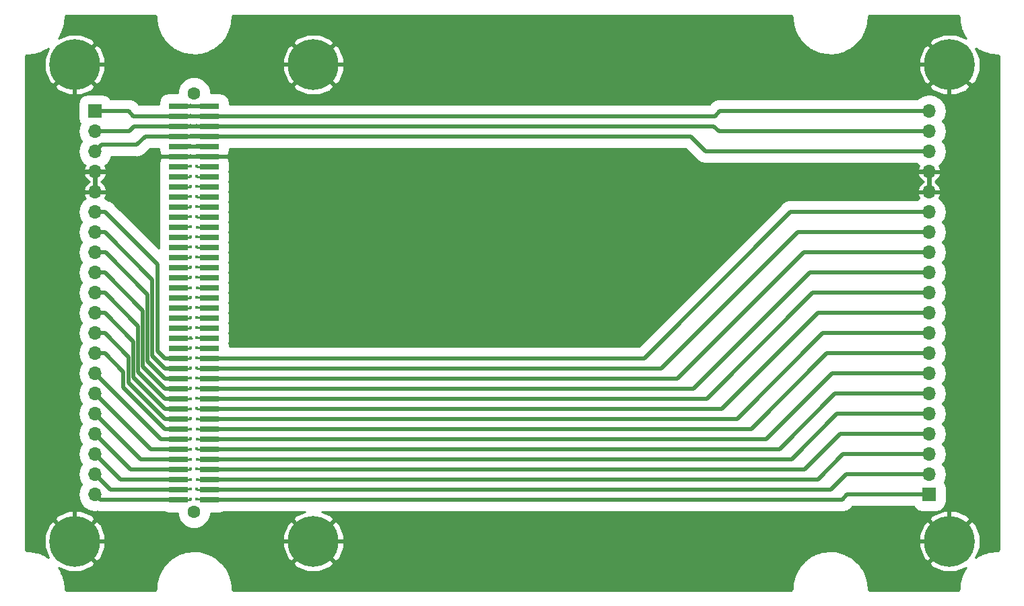
<source format=gbr>
G04 #@! TF.GenerationSoftware,KiCad,Pcbnew,(5.0.0-rc2-dev-107-g49486b83b)*
G04 #@! TF.CreationDate,2018-03-29T22:36:30+08:00*
G04 #@! TF.ProjectId,ebox-advanced,65626F782D616476616E6365642E6B69,rev?*
G04 #@! TF.SameCoordinates,Original*
G04 #@! TF.FileFunction,Copper,L2,Bot,Signal*
G04 #@! TF.FilePolarity,Positive*
%FSLAX46Y46*%
G04 Gerber Fmt 4.6, Leading zero omitted, Abs format (unit mm)*
G04 Created by KiCad (PCBNEW (5.0.0-rc2-dev-107-g49486b83b)) date 03/29/18 22:36:30*
%MOMM*%
%LPD*%
G01*
G04 APERTURE LIST*
%ADD10O,1.700000X1.700000*%
%ADD11R,1.700000X1.700000*%
%ADD12C,1.600000*%
%ADD13R,2.400000X0.750000*%
%ADD14C,0.800000*%
%ADD15C,6.400000*%
%ADD16C,0.200000*%
%ADD17C,0.400000*%
%ADD18C,0.500000*%
%ADD19C,0.250000*%
%ADD20C,0.254000*%
G04 APERTURE END LIST*
D10*
X114940000Y-13370000D03*
X114940000Y-15910000D03*
X114940000Y-18450000D03*
X114940000Y-20990000D03*
X114940000Y-23530000D03*
X114940000Y-26070000D03*
X114940000Y-28610000D03*
X114940000Y-31150000D03*
X114940000Y-33690000D03*
X114940000Y-36230000D03*
X114940000Y-38770000D03*
X114940000Y-41310000D03*
X114940000Y-43850000D03*
X114940000Y-46390000D03*
X114940000Y-48930000D03*
X114940000Y-51470000D03*
X114940000Y-54010000D03*
X114940000Y-56550000D03*
X114940000Y-59090000D03*
D11*
X114940000Y-61630000D03*
D12*
X22500000Y-63839800D03*
X22500000Y-11122100D03*
D13*
X24450000Y-62265000D03*
X20550000Y-62265000D03*
X24450000Y-60995000D03*
X20550000Y-60995000D03*
X24450000Y-59725000D03*
X20550000Y-59725000D03*
X24450000Y-58455000D03*
X20550000Y-58455000D03*
X24450000Y-57185000D03*
X20550000Y-57185000D03*
X24450000Y-55915000D03*
X20550000Y-55915000D03*
X24450000Y-54645000D03*
X20550000Y-54645000D03*
X24450000Y-53375000D03*
X20550000Y-53375000D03*
X24450000Y-52105000D03*
X20550000Y-52105000D03*
X24450000Y-50835000D03*
X20550000Y-50835000D03*
X24450000Y-49565000D03*
X20550000Y-49565000D03*
X24450000Y-48295000D03*
X20550000Y-48295000D03*
X24450000Y-47025000D03*
X20550000Y-47025000D03*
X24450000Y-45755000D03*
X20550000Y-45755000D03*
X24450000Y-44485000D03*
X20550000Y-44485000D03*
X24450000Y-43215000D03*
X20550000Y-43215000D03*
X24450000Y-41945000D03*
X20550000Y-41945000D03*
X24450000Y-40675000D03*
X20550000Y-40675000D03*
X24450000Y-39405000D03*
X20550000Y-39405000D03*
X24450000Y-38135000D03*
X20550000Y-38135000D03*
X24450000Y-36865000D03*
X20550000Y-36865000D03*
X24450000Y-35595000D03*
X20550000Y-35595000D03*
X24450000Y-34325000D03*
X20550000Y-34325000D03*
X24450000Y-33055000D03*
X20550000Y-33055000D03*
X24450000Y-31785000D03*
X20550000Y-31785000D03*
X24450000Y-30515000D03*
X20550000Y-30515000D03*
X24450000Y-29245000D03*
X20550000Y-29245000D03*
X24450000Y-27975000D03*
X20550000Y-27975000D03*
X24450000Y-26705000D03*
X20550000Y-26705000D03*
X24450000Y-25435000D03*
X20550000Y-25435000D03*
X24450000Y-24165000D03*
X20550000Y-24165000D03*
X24450000Y-22895000D03*
X20550000Y-22895000D03*
X24450000Y-21625000D03*
X20550000Y-21625000D03*
X24450000Y-20355000D03*
X20550000Y-20355000D03*
X24450000Y-19085000D03*
X20550000Y-19085000D03*
X24450000Y-17815000D03*
X20550000Y-17815000D03*
X24450000Y-16545000D03*
X20550000Y-16545000D03*
X24450000Y-15275000D03*
X20550000Y-15275000D03*
X24450000Y-14005000D03*
X20550000Y-14005000D03*
X24450000Y-12735000D03*
X20550000Y-12735000D03*
D12*
X22512700Y-11122100D03*
X22500000Y-63839800D03*
D14*
X9197056Y-5802944D03*
X7500000Y-5100000D03*
X5802944Y-5802944D03*
X5100000Y-7500000D03*
X5802944Y-9197056D03*
X7500000Y-9900000D03*
X9197056Y-9197056D03*
X9900000Y-7500000D03*
D15*
X7500000Y-7500000D03*
D14*
X39197056Y-5802944D03*
X37500000Y-5100000D03*
X35802944Y-5802944D03*
X35100000Y-7500000D03*
X35802944Y-9197056D03*
X37500000Y-9900000D03*
X39197056Y-9197056D03*
X39900000Y-7500000D03*
D15*
X37500000Y-7500000D03*
D14*
X9197056Y-65802944D03*
X7500000Y-65100000D03*
X5802944Y-65802944D03*
X5100000Y-67500000D03*
X5802944Y-69197056D03*
X7500000Y-69900000D03*
X9197056Y-69197056D03*
X9900000Y-67500000D03*
D15*
X7500000Y-67500000D03*
D14*
X39197056Y-65802944D03*
X37500000Y-65100000D03*
X35802944Y-65802944D03*
X35100000Y-67500000D03*
X35802944Y-69197056D03*
X37500000Y-69900000D03*
X39197056Y-69197056D03*
X39900000Y-67500000D03*
D15*
X37500000Y-67500000D03*
D11*
X10060000Y-13370000D03*
D10*
X10060000Y-15910000D03*
X10060000Y-18450000D03*
X10060000Y-20990000D03*
X10060000Y-23530000D03*
X10060000Y-26070000D03*
X10060000Y-28610000D03*
X10060000Y-31150000D03*
X10060000Y-33690000D03*
X10060000Y-36230000D03*
X10060000Y-38770000D03*
X10060000Y-41310000D03*
X10060000Y-43850000D03*
X10060000Y-46390000D03*
X10060000Y-48930000D03*
X10060000Y-51470000D03*
X10060000Y-54010000D03*
X10060000Y-56550000D03*
X10060000Y-59090000D03*
X10060000Y-61630000D03*
D15*
X117500000Y-7500000D03*
D14*
X119900000Y-7500000D03*
X119197056Y-9197056D03*
X117500000Y-9900000D03*
X115802944Y-9197056D03*
X115100000Y-7500000D03*
X115802944Y-5802944D03*
X117500000Y-5100000D03*
X119197056Y-5802944D03*
X119197056Y-65802944D03*
X117500000Y-65100000D03*
X115802944Y-65802944D03*
X115100000Y-67500000D03*
X115802944Y-69197056D03*
X117500000Y-69900000D03*
X119197056Y-69197056D03*
X119900000Y-67500000D03*
D15*
X117500000Y-67500000D03*
D16*
X111760000Y-7620000D03*
X106680000Y-7620000D03*
X99060000Y-7620000D03*
X91440000Y-7620000D03*
X83820000Y-7620000D03*
X76200000Y-7620000D03*
X68580000Y-7620000D03*
X60960000Y-7620000D03*
X50800000Y-7620000D03*
X43180000Y-7620000D03*
X30480000Y-7620000D03*
X15240000Y-7620000D03*
X119380000Y-60960000D03*
X119380000Y-48260000D03*
X119380000Y-35560000D03*
X119380000Y-22860000D03*
X119380000Y-12700000D03*
X5080000Y-60960000D03*
X5080000Y-48260000D03*
X5080000Y-35560000D03*
X5080000Y-22860000D03*
X5080000Y-12700000D03*
X50800000Y-68580000D03*
X111760000Y-68580000D03*
X106680000Y-68580000D03*
X99060000Y-68580000D03*
X91440000Y-68580000D03*
X83820000Y-68580000D03*
X76200000Y-68580000D03*
X68580000Y-68580000D03*
X60960000Y-68580000D03*
X43180000Y-68580000D03*
X30480000Y-68580000D03*
X15240000Y-68580000D03*
X38100000Y-22860000D03*
X38100000Y-35560000D03*
X91440000Y-27940000D03*
X83820000Y-35560000D03*
X76200000Y-35560000D03*
X68580000Y-35560000D03*
X60960000Y-35560000D03*
X50800000Y-35560000D03*
X43180000Y-35560000D03*
X30480000Y-35560000D03*
X111760000Y-22860000D03*
X106680000Y-22860000D03*
X99060000Y-22860000D03*
X91440000Y-22860000D03*
X83820000Y-22860000D03*
X76200000Y-22860000D03*
X68580000Y-22860000D03*
X60960000Y-22860000D03*
X50800000Y-22860000D03*
X43180000Y-22860000D03*
X30480000Y-22860000D03*
X15240000Y-22860000D03*
D17*
X22860000Y-19050000D03*
X22860000Y-17780000D03*
X22860000Y-16510000D03*
X22860000Y-15240000D03*
X22860000Y-13970000D03*
X22860000Y-12700000D03*
X22098000Y-19050000D03*
X22098000Y-17780000D03*
X22098000Y-16510000D03*
X22098000Y-15240000D03*
X22098000Y-13970000D03*
X22098000Y-12700000D03*
X22098000Y-21590000D03*
X22098000Y-20320000D03*
X22860000Y-20320000D03*
X22860000Y-21590000D03*
X22098000Y-22860000D03*
X22860000Y-22860000D03*
X22098000Y-24130000D03*
X22860000Y-24130000D03*
X22098000Y-25400000D03*
X22860000Y-25400000D03*
X22098000Y-26670000D03*
X22860000Y-26670000D03*
X22098000Y-27940000D03*
X22895000Y-27975000D03*
X22098000Y-29210000D03*
X22860000Y-29210000D03*
X22098000Y-30480000D03*
X22860000Y-30480000D03*
X22098000Y-31750000D03*
X22860000Y-31750000D03*
X22098000Y-33020000D03*
X22860000Y-33020000D03*
X22098000Y-34290000D03*
X22860000Y-34290000D03*
X22063000Y-35595000D03*
X22895000Y-35595000D03*
X22098000Y-36830000D03*
X22860000Y-36830000D03*
X22098000Y-38100000D03*
X22860000Y-38100000D03*
X22098000Y-39370000D03*
X22860000Y-39370000D03*
X22098000Y-40640000D03*
X22860000Y-40640000D03*
X22098000Y-41910000D03*
X22860000Y-41910000D03*
X22098000Y-43180000D03*
X22860000Y-43180000D03*
X22098000Y-44450000D03*
X22860000Y-44450000D03*
X22098000Y-45720000D03*
X22860000Y-45720000D03*
X22098000Y-46990000D03*
X22860000Y-46990000D03*
X22098000Y-48260000D03*
X22860000Y-48260000D03*
X22063000Y-49565000D03*
X22860000Y-49530000D03*
X22063000Y-50835000D03*
X22860000Y-50800000D03*
X22098000Y-52070000D03*
X22895000Y-52105000D03*
X22063000Y-53375000D03*
X22895000Y-53375000D03*
X22098000Y-54610000D03*
X22895000Y-54645000D03*
X22063000Y-55915000D03*
X22860000Y-55880000D03*
X22063000Y-57185000D03*
X22895000Y-57185000D03*
X22098000Y-58420000D03*
X22860000Y-58420000D03*
X22063000Y-59725000D03*
X22895000Y-59725000D03*
X22895000Y-59725000D03*
X22098000Y-60960000D03*
X22860000Y-60960000D03*
X22098000Y-62230000D03*
X22860000Y-62230000D03*
D18*
X20550000Y-12735000D02*
X22063000Y-12735000D01*
X22063000Y-12735000D02*
X22098000Y-12700000D01*
X24450000Y-14005000D02*
X85471000Y-14005000D01*
X88611000Y-13370000D02*
X87976000Y-14005000D01*
X87976000Y-14005000D02*
X85471000Y-14005000D01*
X114940000Y-13370000D02*
X88611000Y-13370000D01*
X14259000Y-13370000D02*
X14894000Y-14005000D01*
X14894000Y-14005000D02*
X18850000Y-14005000D01*
X10060000Y-13370000D02*
X14259000Y-13370000D01*
X18850000Y-14005000D02*
X20550000Y-14005000D01*
X20550000Y-14005000D02*
X22063000Y-14005000D01*
X22063000Y-14005000D02*
X22098000Y-13970000D01*
X10060000Y-18450000D02*
X10909999Y-17600001D01*
X10909999Y-17600001D02*
X15292999Y-17600001D01*
X15292999Y-17600001D02*
X16348000Y-16545000D01*
X16348000Y-16545000D02*
X17653000Y-16545000D01*
X17653000Y-16545000D02*
X20550000Y-16545000D01*
X114940000Y-18450000D02*
X86868000Y-18450000D01*
X86868000Y-18450000D02*
X84963000Y-16545000D01*
X84963000Y-16545000D02*
X84074000Y-16545000D01*
X84074000Y-16545000D02*
X24450000Y-16545000D01*
X24450000Y-16545000D02*
X20550000Y-16545000D01*
X22860000Y-16510000D02*
X24415000Y-16510000D01*
X24415000Y-16510000D02*
X24450000Y-16545000D01*
X22098000Y-16510000D02*
X22860000Y-16510000D01*
X20550000Y-16545000D02*
X22063000Y-16545000D01*
X22063000Y-16545000D02*
X22098000Y-16510000D01*
X22860000Y-17780000D02*
X24415000Y-17780000D01*
X24415000Y-17780000D02*
X24450000Y-17815000D01*
X22098000Y-17780000D02*
X20585000Y-17780000D01*
X20585000Y-17780000D02*
X20550000Y-17815000D01*
X20550000Y-17815000D02*
X24450000Y-17815000D01*
D19*
X22195998Y-41945000D02*
X20550000Y-41945000D01*
D18*
X20550000Y-44485000D02*
X18850000Y-44485000D01*
X18850000Y-44485000D02*
X17907000Y-43542000D01*
X17907000Y-43542000D02*
X17907000Y-32674000D01*
X17907000Y-32674000D02*
X11303000Y-26070000D01*
X11303000Y-26070000D02*
X10060000Y-26070000D01*
X24450000Y-44485000D02*
X79086000Y-44485000D01*
X79086000Y-44485000D02*
X97501000Y-26070000D01*
X97501000Y-26070000D02*
X102235000Y-26070000D01*
X102235000Y-26070000D02*
X114940000Y-26070000D01*
X20550000Y-45755000D02*
X18850000Y-45755000D01*
X18850000Y-45755000D02*
X17272000Y-44177000D01*
X17272000Y-44177000D02*
X17272000Y-34619919D01*
X17272000Y-34619919D02*
X11262081Y-28610000D01*
X11262081Y-28610000D02*
X10060000Y-28610000D01*
X24450000Y-45755000D02*
X81245000Y-45755000D01*
X81245000Y-45755000D02*
X98425000Y-28575000D01*
X98425000Y-28575000D02*
X113702919Y-28575000D01*
X113702919Y-28575000D02*
X113737919Y-28610000D01*
X113737919Y-28610000D02*
X114940000Y-28610000D01*
X16671990Y-44846990D02*
X16671990Y-36449000D01*
X10060000Y-31150000D02*
X11372990Y-31150000D01*
X11372990Y-31150000D02*
X16671990Y-36449000D01*
X20550000Y-47025000D02*
X18850000Y-47025000D01*
X18850000Y-47025000D02*
X16671990Y-44846990D01*
X24450000Y-47025000D02*
X83277000Y-47025000D01*
X83277000Y-47025000D02*
X99152000Y-31150000D01*
X99152000Y-31150000D02*
X102108000Y-31150000D01*
X102108000Y-31150000D02*
X114940000Y-31150000D01*
X10060000Y-33690000D02*
X11262081Y-33690000D01*
X11262081Y-33690000D02*
X16071980Y-38499899D01*
X16071980Y-38499899D02*
X16071980Y-45516980D01*
X16071980Y-45516980D02*
X18850000Y-48295000D01*
X18850000Y-48295000D02*
X20550000Y-48295000D01*
X24450000Y-48295000D02*
X85309000Y-48295000D01*
X85309000Y-48295000D02*
X99914000Y-33690000D01*
X99914000Y-33690000D02*
X104521000Y-33690000D01*
X104521000Y-33690000D02*
X114940000Y-33690000D01*
X10060000Y-36230000D02*
X11262081Y-36230000D01*
X11262081Y-36230000D02*
X15471970Y-40439889D01*
X15471970Y-40439889D02*
X15471970Y-46186970D01*
X15471970Y-46186970D02*
X18850000Y-49565000D01*
X18850000Y-49565000D02*
X20550000Y-49565000D01*
X24450000Y-49565000D02*
X86960000Y-49565000D01*
X86960000Y-49565000D02*
X100295000Y-36230000D01*
X100295000Y-36230000D02*
X104394000Y-36230000D01*
X104394000Y-36230000D02*
X114940000Y-36230000D01*
X10060000Y-38770000D02*
X11262081Y-38770000D01*
X11262081Y-38770000D02*
X14859000Y-42366919D01*
X14859000Y-42366919D02*
X14859000Y-46844000D01*
X14859000Y-46844000D02*
X18850000Y-50835000D01*
X18850000Y-50835000D02*
X20550000Y-50835000D01*
X24450000Y-50835000D02*
X88900000Y-50835000D01*
X88900000Y-50835000D02*
X100965000Y-38770000D01*
X100965000Y-38770000D02*
X114940000Y-38770000D01*
X18034000Y-51289000D02*
X18850000Y-52105000D01*
X18015000Y-51289000D02*
X18034000Y-51289000D01*
X14258990Y-44306909D02*
X14258990Y-47532990D01*
X14258990Y-47532990D02*
X18015000Y-51289000D01*
X11262081Y-41310000D02*
X14258990Y-44306909D01*
X10060000Y-41310000D02*
X11262081Y-41310000D01*
X18850000Y-52105000D02*
X20550000Y-52105000D01*
X90770000Y-52105000D02*
X101565000Y-41310000D01*
X24450000Y-52105000D02*
X90770000Y-52105000D01*
X101565000Y-41310000D02*
X114940000Y-41310000D01*
X10060000Y-43850000D02*
X11262081Y-43850000D01*
X11262081Y-43850000D02*
X13589000Y-46176919D01*
X13589000Y-46176919D02*
X13589000Y-48114000D01*
X13589000Y-48114000D02*
X18850000Y-53375000D01*
X18850000Y-53375000D02*
X20550000Y-53375000D01*
X24450000Y-53375000D02*
X92583000Y-53375000D01*
X92583000Y-53375000D02*
X102108000Y-43850000D01*
X102108000Y-43850000D02*
X114940000Y-43850000D01*
X10060000Y-46390000D02*
X18315000Y-54645000D01*
X18315000Y-54645000D02*
X20550000Y-54645000D01*
X24450000Y-54645000D02*
X94488000Y-54645000D01*
X94488000Y-54645000D02*
X102743000Y-46390000D01*
X102743000Y-46390000D02*
X114940000Y-46390000D01*
X10060000Y-48930000D02*
X17045000Y-55915000D01*
X17045000Y-55915000D02*
X20550000Y-55915000D01*
X24450000Y-55915000D02*
X96139000Y-55915000D01*
X96139000Y-55915000D02*
X103124000Y-48930000D01*
X103124000Y-48930000D02*
X114940000Y-48930000D01*
X10060000Y-51470000D02*
X15775000Y-57185000D01*
X15775000Y-57185000D02*
X20550000Y-57185000D01*
X24450000Y-57185000D02*
X97663000Y-57185000D01*
X97663000Y-57185000D02*
X103378000Y-51470000D01*
X103378000Y-51470000D02*
X114940000Y-51470000D01*
X10060000Y-54010000D02*
X14505000Y-58455000D01*
X14505000Y-58455000D02*
X20550000Y-58455000D01*
X24450000Y-58455000D02*
X99314000Y-58455000D01*
X99314000Y-58455000D02*
X103759000Y-54010000D01*
X103759000Y-54010000D02*
X114940000Y-54010000D01*
X10060000Y-56550000D02*
X13235000Y-59725000D01*
X13235000Y-59725000D02*
X20550000Y-59725000D01*
X24450000Y-59725000D02*
X100965000Y-59725000D01*
X100965000Y-59725000D02*
X104140000Y-56550000D01*
X104140000Y-56550000D02*
X114940000Y-56550000D01*
X10060000Y-59090000D02*
X11965000Y-60995000D01*
X11965000Y-60995000D02*
X20550000Y-60995000D01*
X24450000Y-60995000D02*
X102616000Y-60995000D01*
X102616000Y-60995000D02*
X104521000Y-59090000D01*
X104521000Y-59090000D02*
X114940000Y-59090000D01*
X20550000Y-62265000D02*
X10695000Y-62265000D01*
X10695000Y-62265000D02*
X10060000Y-61630000D01*
X103978000Y-62265000D02*
X104613000Y-61630000D01*
X24450000Y-62265000D02*
X103978000Y-62265000D01*
X104613000Y-61630000D02*
X114940000Y-61630000D01*
X117500000Y-7500000D02*
X117500000Y-12025483D01*
X117500000Y-12025483D02*
X117500000Y-67500000D01*
X37500000Y-67500000D02*
X117500000Y-67500000D01*
X7500000Y-67500000D02*
X37500000Y-67500000D01*
X7500000Y-21082000D02*
X7500000Y-67500000D01*
X7500000Y-7500000D02*
X7500000Y-21082000D01*
X10060000Y-20990000D02*
X7592000Y-20990000D01*
X7592000Y-20990000D02*
X7500000Y-21082000D01*
X7500000Y-7500000D02*
X12025483Y-7500000D01*
X12025483Y-7500000D02*
X37500000Y-7500000D01*
X117500000Y-7500000D02*
X37500000Y-7500000D01*
X10060000Y-20990000D02*
X14986000Y-20990000D01*
X14986000Y-20990000D02*
X16891000Y-19085000D01*
X16891000Y-19085000D02*
X19304000Y-19085000D01*
X19304000Y-19085000D02*
X20550000Y-19085000D01*
X24450000Y-19085000D02*
X84744000Y-19085000D01*
X84744000Y-19085000D02*
X86649000Y-20990000D01*
X86649000Y-20990000D02*
X88900000Y-20990000D01*
X88900000Y-20990000D02*
X114940000Y-20990000D01*
X114940000Y-20990000D02*
X114940000Y-23530000D01*
X10060000Y-23530000D02*
X10060000Y-20990000D01*
X22860000Y-19050000D02*
X24415000Y-19050000D01*
X24415000Y-19050000D02*
X24450000Y-19085000D01*
X20550000Y-19085000D02*
X22063000Y-19085000D01*
X22063000Y-19085000D02*
X22098000Y-19050000D01*
X88519000Y-15910000D02*
X92964000Y-15910000D01*
X92964000Y-15910000D02*
X114940000Y-15910000D01*
X24450000Y-15275000D02*
X87884000Y-15275000D01*
X87884000Y-15275000D02*
X88519000Y-15910000D01*
X14316000Y-15910000D02*
X14951000Y-15275000D01*
X14951000Y-15275000D02*
X20550000Y-15275000D01*
X10060000Y-15910000D02*
X14316000Y-15910000D01*
X24450000Y-15275000D02*
X22895000Y-15275000D01*
X22895000Y-15275000D02*
X22860000Y-15240000D01*
X20550000Y-15275000D02*
X22063000Y-15275000D01*
X22063000Y-15275000D02*
X22098000Y-15240000D01*
X20700000Y-12735000D02*
X24300000Y-12735000D01*
X24300000Y-14005000D02*
X20700000Y-14005000D01*
X24300000Y-16545000D02*
X20700000Y-16545000D01*
X20700000Y-17815000D02*
X24300000Y-17815000D01*
D19*
X20550000Y-21625000D02*
X22000000Y-21625000D01*
D18*
X24300000Y-19085000D02*
X20700000Y-19085000D01*
X20700000Y-15275000D02*
X24300000Y-15275000D01*
D19*
X22098000Y-20320000D02*
X20735000Y-20320000D01*
X20735000Y-20320000D02*
X20700000Y-20355000D01*
X22895000Y-20355000D02*
X22860000Y-20320000D01*
X24300000Y-20355000D02*
X22895000Y-20355000D01*
X20700000Y-21625000D02*
X22000000Y-21625000D01*
X22895000Y-21625000D02*
X22860000Y-21590000D01*
X24300000Y-21625000D02*
X22895000Y-21625000D01*
X22063000Y-22895000D02*
X22098000Y-22860000D01*
X20700000Y-22895000D02*
X22063000Y-22895000D01*
X22860000Y-22860000D02*
X24265000Y-22860000D01*
X24265000Y-22860000D02*
X24300000Y-22895000D01*
X22098000Y-24130000D02*
X20735000Y-24130000D01*
X20735000Y-24130000D02*
X20700000Y-24165000D01*
X22895000Y-24165000D02*
X22860000Y-24130000D01*
X24300000Y-24165000D02*
X22895000Y-24165000D01*
X22063000Y-25435000D02*
X22098000Y-25400000D01*
X20700000Y-25435000D02*
X22063000Y-25435000D01*
X22860000Y-25400000D02*
X24265000Y-25400000D01*
X24265000Y-25400000D02*
X24300000Y-25435000D01*
X22098000Y-26670000D02*
X20735000Y-26670000D01*
X20735000Y-26670000D02*
X20700000Y-26705000D01*
X22895000Y-26705000D02*
X22860000Y-26670000D01*
X24300000Y-26705000D02*
X22895000Y-26705000D01*
X22098000Y-27940000D02*
X20735000Y-27940000D01*
X20735000Y-27940000D02*
X20700000Y-27975000D01*
X24300000Y-27975000D02*
X22895000Y-27975000D01*
X22063000Y-29245000D02*
X22098000Y-29210000D01*
X20700000Y-29245000D02*
X22063000Y-29245000D01*
X22860000Y-29210000D02*
X24265000Y-29210000D01*
X24265000Y-29210000D02*
X24300000Y-29245000D01*
X22098000Y-30480000D02*
X20735000Y-30480000D01*
X20735000Y-30480000D02*
X20700000Y-30515000D01*
X22895000Y-30515000D02*
X22860000Y-30480000D01*
X24300000Y-30515000D02*
X22895000Y-30515000D01*
X22063000Y-31785000D02*
X22098000Y-31750000D01*
X20700000Y-31785000D02*
X22063000Y-31785000D01*
X22860000Y-31750000D02*
X24265000Y-31750000D01*
X24265000Y-31750000D02*
X24300000Y-31785000D01*
X22063000Y-33055000D02*
X22098000Y-33020000D01*
X20700000Y-33055000D02*
X22063000Y-33055000D01*
X22860000Y-33020000D02*
X24265000Y-33020000D01*
X24265000Y-33020000D02*
X24300000Y-33055000D01*
X22063000Y-34325000D02*
X22098000Y-34290000D01*
X20700000Y-34325000D02*
X22063000Y-34325000D01*
X22860000Y-34290000D02*
X24265000Y-34290000D01*
X24265000Y-34290000D02*
X24300000Y-34325000D01*
X22063000Y-35595000D02*
X20700000Y-35595000D01*
X22895000Y-35595000D02*
X24300000Y-35595000D01*
X22063000Y-36865000D02*
X22098000Y-36830000D01*
X20700000Y-36865000D02*
X22063000Y-36865000D01*
X22860000Y-36830000D02*
X24265000Y-36830000D01*
X24265000Y-36830000D02*
X24300000Y-36865000D01*
X22063000Y-38135000D02*
X22098000Y-38100000D01*
X20700000Y-38135000D02*
X22063000Y-38135000D01*
X22860000Y-38100000D02*
X24265000Y-38100000D01*
X24265000Y-38100000D02*
X24300000Y-38135000D01*
X22063000Y-39405000D02*
X22098000Y-39370000D01*
X20700000Y-39405000D02*
X22063000Y-39405000D01*
X22860000Y-39370000D02*
X24265000Y-39370000D01*
X24265000Y-39370000D02*
X24300000Y-39405000D01*
X22063000Y-40675000D02*
X22098000Y-40640000D01*
X20700000Y-40675000D02*
X22063000Y-40675000D01*
X22860000Y-40640000D02*
X24265000Y-40640000D01*
X24265000Y-40640000D02*
X24300000Y-40675000D01*
X22063000Y-41945000D02*
X22098000Y-41910000D01*
X20700000Y-41945000D02*
X22063000Y-41945000D01*
X22860000Y-41910000D02*
X24265000Y-41910000D01*
X24265000Y-41910000D02*
X24300000Y-41945000D01*
X22063000Y-43215000D02*
X22098000Y-43180000D01*
X20700000Y-43215000D02*
X22063000Y-43215000D01*
X22860000Y-43180000D02*
X24265000Y-43180000D01*
X24265000Y-43180000D02*
X24300000Y-43215000D01*
X22063000Y-44485000D02*
X22098000Y-44450000D01*
X20700000Y-44485000D02*
X22063000Y-44485000D01*
X22860000Y-44450000D02*
X24265000Y-44450000D01*
X24265000Y-44450000D02*
X24300000Y-44485000D01*
X22063000Y-45755000D02*
X22098000Y-45720000D01*
X20700000Y-45755000D02*
X22063000Y-45755000D01*
X22895000Y-45755000D02*
X22860000Y-45720000D01*
X24300000Y-45755000D02*
X22895000Y-45755000D01*
X22098000Y-46990000D02*
X20735000Y-46990000D01*
X20735000Y-46990000D02*
X20700000Y-47025000D01*
X22860000Y-46990000D02*
X24265000Y-46990000D01*
X24265000Y-46990000D02*
X24300000Y-47025000D01*
X22063000Y-48295000D02*
X22098000Y-48260000D01*
X20700000Y-48295000D02*
X22063000Y-48295000D01*
X22860000Y-48260000D02*
X24265000Y-48260000D01*
X24265000Y-48260000D02*
X24300000Y-48295000D01*
X20700000Y-49565000D02*
X22063000Y-49565000D01*
X22860000Y-49530000D02*
X24265000Y-49530000D01*
X24265000Y-49530000D02*
X24300000Y-49565000D01*
X20700000Y-50835000D02*
X22063000Y-50835000D01*
X22895000Y-50835000D02*
X22860000Y-50800000D01*
X24300000Y-50835000D02*
X22895000Y-50835000D01*
X22063000Y-52105000D02*
X22098000Y-52070000D01*
X20700000Y-52105000D02*
X22063000Y-52105000D01*
X22895000Y-52105000D02*
X24300000Y-52105000D01*
X22063000Y-53375000D02*
X20700000Y-53375000D01*
X24300000Y-53375000D02*
X22895000Y-53375000D01*
X22063000Y-54645000D02*
X22098000Y-54610000D01*
X20700000Y-54645000D02*
X22063000Y-54645000D01*
X24300000Y-54645000D02*
X22895000Y-54645000D01*
X20700000Y-55915000D02*
X22063000Y-55915000D01*
X22895000Y-55915000D02*
X22860000Y-55880000D01*
X24300000Y-55915000D02*
X22895000Y-55915000D01*
X20700000Y-57185000D02*
X22063000Y-57185000D01*
X24300000Y-57185000D02*
X22895000Y-57185000D01*
X22063000Y-58455000D02*
X22098000Y-58420000D01*
X20700000Y-58455000D02*
X22063000Y-58455000D01*
X22860000Y-58420000D02*
X24265000Y-58420000D01*
X24265000Y-58420000D02*
X24300000Y-58455000D01*
X20700000Y-59725000D02*
X22063000Y-59725000D01*
X24300000Y-59725000D02*
X22895000Y-59725000D01*
X22098000Y-60960000D02*
X20735000Y-60960000D01*
X20735000Y-60960000D02*
X20700000Y-60995000D01*
X22895000Y-60995000D02*
X22860000Y-60960000D01*
X24300000Y-60995000D02*
X22895000Y-60995000D01*
X22063000Y-62265000D02*
X22098000Y-62230000D01*
X20700000Y-62265000D02*
X22063000Y-62265000D01*
X22860000Y-62230000D02*
X24265000Y-62230000D01*
X24265000Y-62230000D02*
X24300000Y-62265000D01*
D20*
G36*
X17532206Y-1292585D02*
X17560849Y-1298673D01*
X17588351Y-1308683D01*
X17614212Y-1322434D01*
X17637892Y-1339639D01*
X17658952Y-1359976D01*
X17676980Y-1383051D01*
X17691618Y-1408404D01*
X17702588Y-1435555D01*
X17709669Y-1463956D01*
X17716784Y-1531653D01*
X17716784Y-1545317D01*
X17725310Y-1789465D01*
X17727661Y-1811833D01*
X17727661Y-1834323D01*
X17737051Y-1923662D01*
X17805008Y-2407205D01*
X17814351Y-2451161D01*
X17820607Y-2495674D01*
X17842336Y-2582821D01*
X17842339Y-2582835D01*
X17842340Y-2582837D01*
X17976933Y-3052217D01*
X17992300Y-3094439D01*
X18004691Y-3137650D01*
X18038343Y-3220941D01*
X18236950Y-3667020D01*
X18258049Y-3706701D01*
X18276330Y-3747761D01*
X18321246Y-3825558D01*
X18580004Y-4239656D01*
X18606422Y-4276017D01*
X18630236Y-4314127D01*
X18685541Y-4384915D01*
X18999411Y-4758971D01*
X19030628Y-4791296D01*
X19059519Y-4825728D01*
X19124139Y-4888130D01*
X19487013Y-5214865D01*
X19522432Y-5242537D01*
X19555829Y-5272608D01*
X19628504Y-5325410D01*
X20033319Y-5598461D01*
X20072246Y-5620935D01*
X20109501Y-5646064D01*
X20188818Y-5688238D01*
X20627695Y-5902292D01*
X20669366Y-5919128D01*
X20709757Y-5938828D01*
X20794171Y-5969552D01*
X21258567Y-6120444D01*
X21302173Y-6131316D01*
X21344918Y-6145205D01*
X21432787Y-6163882D01*
X21913663Y-6248674D01*
X21958354Y-6253371D01*
X22002622Y-6261177D01*
X22092229Y-6267443D01*
X22092235Y-6267443D01*
X22580233Y-6284484D01*
X22625149Y-6282916D01*
X22670064Y-6284484D01*
X22759677Y-6278218D01*
X23245298Y-6227177D01*
X23289556Y-6219373D01*
X23334254Y-6214675D01*
X23422122Y-6195998D01*
X23895912Y-6077869D01*
X23938657Y-6063980D01*
X23982264Y-6053108D01*
X24066661Y-6022389D01*
X24066677Y-6022384D01*
X24066684Y-6022381D01*
X24519418Y-5839464D01*
X24559804Y-5819766D01*
X24601481Y-5802928D01*
X24680798Y-5760754D01*
X25103674Y-5516607D01*
X25140931Y-5491477D01*
X25179857Y-5469003D01*
X25252532Y-5416201D01*
X25637314Y-5115576D01*
X25670706Y-5085510D01*
X25706127Y-5057836D01*
X25770746Y-4995433D01*
X25998981Y-4759090D01*
X34938695Y-4759090D01*
X37500000Y-7320395D01*
X40061305Y-4759090D01*
X39694360Y-4263657D01*
X38288829Y-3670264D01*
X36763207Y-3659913D01*
X35349754Y-4234181D01*
X35305640Y-4263657D01*
X34938695Y-4759090D01*
X25998981Y-4759090D01*
X26109946Y-4644183D01*
X26138835Y-4609754D01*
X26170057Y-4577423D01*
X26225363Y-4506634D01*
X26512374Y-4111595D01*
X26536191Y-4073480D01*
X26562605Y-4037124D01*
X26607521Y-3959328D01*
X26836762Y-3528189D01*
X26855040Y-3487137D01*
X26876142Y-3447449D01*
X26909793Y-3364159D01*
X27076800Y-2905312D01*
X27089188Y-2862109D01*
X27104560Y-2819876D01*
X27126292Y-2732713D01*
X27227814Y-2255088D01*
X27234068Y-2210587D01*
X27243413Y-2166623D01*
X27252803Y-2077283D01*
X27286865Y-1590178D01*
X27286865Y-1590176D01*
X27295185Y-1471194D01*
X27301273Y-1442551D01*
X27311283Y-1415049D01*
X27325034Y-1389188D01*
X27342239Y-1365508D01*
X27362576Y-1344448D01*
X27385651Y-1326420D01*
X27411004Y-1311782D01*
X27438155Y-1300812D01*
X27466556Y-1293731D01*
X27526793Y-1287400D01*
X97458055Y-1287400D01*
X97532206Y-1292585D01*
X97560849Y-1298673D01*
X97588351Y-1308683D01*
X97614212Y-1322434D01*
X97637892Y-1339639D01*
X97658952Y-1359976D01*
X97676980Y-1383051D01*
X97691618Y-1408404D01*
X97702588Y-1435555D01*
X97709669Y-1463956D01*
X97716784Y-1531653D01*
X97716784Y-1545317D01*
X97725310Y-1789465D01*
X97727661Y-1811833D01*
X97727661Y-1834323D01*
X97737051Y-1923662D01*
X97805008Y-2407205D01*
X97814351Y-2451161D01*
X97820607Y-2495674D01*
X97842336Y-2582821D01*
X97842339Y-2582835D01*
X97842340Y-2582837D01*
X97976933Y-3052217D01*
X97992300Y-3094439D01*
X98004691Y-3137650D01*
X98038343Y-3220941D01*
X98236950Y-3667020D01*
X98258049Y-3706701D01*
X98276330Y-3747761D01*
X98321246Y-3825558D01*
X98580004Y-4239656D01*
X98606422Y-4276017D01*
X98630236Y-4314127D01*
X98685541Y-4384915D01*
X98999411Y-4758971D01*
X99030628Y-4791296D01*
X99059519Y-4825728D01*
X99124139Y-4888130D01*
X99487013Y-5214865D01*
X99522432Y-5242537D01*
X99555829Y-5272608D01*
X99628504Y-5325410D01*
X100033319Y-5598461D01*
X100072246Y-5620935D01*
X100109501Y-5646064D01*
X100188818Y-5688238D01*
X100627695Y-5902292D01*
X100669366Y-5919128D01*
X100709757Y-5938828D01*
X100794171Y-5969552D01*
X101258567Y-6120444D01*
X101302173Y-6131316D01*
X101344918Y-6145205D01*
X101432787Y-6163882D01*
X101913663Y-6248674D01*
X101958354Y-6253371D01*
X102002622Y-6261177D01*
X102092229Y-6267443D01*
X102092235Y-6267443D01*
X102580233Y-6284484D01*
X102625149Y-6282916D01*
X102670064Y-6284484D01*
X102759677Y-6278218D01*
X103245298Y-6227177D01*
X103289556Y-6219373D01*
X103334254Y-6214675D01*
X103422122Y-6195998D01*
X103895912Y-6077869D01*
X103938657Y-6063980D01*
X103982264Y-6053108D01*
X104066661Y-6022389D01*
X104066677Y-6022384D01*
X104066684Y-6022381D01*
X104519418Y-5839464D01*
X104559804Y-5819766D01*
X104601481Y-5802928D01*
X104680798Y-5760754D01*
X105103674Y-5516607D01*
X105140931Y-5491477D01*
X105179857Y-5469003D01*
X105252532Y-5416201D01*
X105637314Y-5115576D01*
X105670706Y-5085510D01*
X105706127Y-5057836D01*
X105770746Y-4995433D01*
X106109946Y-4644183D01*
X106138835Y-4609754D01*
X106170057Y-4577423D01*
X106225363Y-4506634D01*
X106512374Y-4111595D01*
X106536191Y-4073480D01*
X106562605Y-4037124D01*
X106607521Y-3959328D01*
X106836762Y-3528189D01*
X106855040Y-3487137D01*
X106876142Y-3447449D01*
X106909793Y-3364159D01*
X107076800Y-2905312D01*
X107089188Y-2862109D01*
X107104560Y-2819876D01*
X107126292Y-2732713D01*
X107227814Y-2255088D01*
X107234068Y-2210587D01*
X107243413Y-2166623D01*
X107252803Y-2077283D01*
X107286865Y-1590178D01*
X107286865Y-1590176D01*
X107295185Y-1471194D01*
X107301273Y-1442551D01*
X107311283Y-1415049D01*
X107325034Y-1389188D01*
X107342239Y-1365508D01*
X107362576Y-1344448D01*
X107385651Y-1326420D01*
X107411004Y-1311782D01*
X107438155Y-1300812D01*
X107466556Y-1293731D01*
X107526793Y-1287400D01*
X118458055Y-1287400D01*
X118532206Y-1292585D01*
X118560849Y-1298673D01*
X118588351Y-1308683D01*
X118614212Y-1322434D01*
X118637892Y-1339639D01*
X118658952Y-1359976D01*
X118676980Y-1383051D01*
X118691618Y-1408404D01*
X118702588Y-1435555D01*
X118709669Y-1463956D01*
X118716263Y-1526695D01*
X118718328Y-1645009D01*
X118719309Y-1656218D01*
X118718916Y-1667464D01*
X118725182Y-1757077D01*
X118776223Y-2242698D01*
X118784027Y-2286956D01*
X118788725Y-2331654D01*
X118807402Y-2419522D01*
X118925531Y-2893312D01*
X118939420Y-2936057D01*
X118950292Y-2979664D01*
X118981011Y-3064061D01*
X118981016Y-3064077D01*
X118981019Y-3064084D01*
X119163936Y-3516818D01*
X119183634Y-3557204D01*
X119200472Y-3598881D01*
X119242646Y-3678198D01*
X119486793Y-4101074D01*
X119511923Y-4138331D01*
X119534397Y-4177257D01*
X119554169Y-4204471D01*
X118288829Y-3670264D01*
X116763207Y-3659913D01*
X115349754Y-4234181D01*
X115305640Y-4263657D01*
X114938695Y-4759090D01*
X117500000Y-7320395D01*
X117514143Y-7306253D01*
X117693748Y-7485858D01*
X117679605Y-7500000D01*
X120240910Y-10061305D01*
X120736343Y-9694360D01*
X121329736Y-8288829D01*
X121340087Y-6763207D01*
X120805298Y-5446923D01*
X120891805Y-5509774D01*
X120929920Y-5533591D01*
X120966276Y-5560005D01*
X121044069Y-5604919D01*
X121044075Y-5604923D01*
X121044080Y-5604925D01*
X121475211Y-5834162D01*
X121516263Y-5852440D01*
X121555951Y-5873542D01*
X121639241Y-5907193D01*
X122098088Y-6074200D01*
X122141291Y-6086588D01*
X122183524Y-6101960D01*
X122270679Y-6123690D01*
X122270686Y-6123692D01*
X122270689Y-6123692D01*
X122748312Y-6225214D01*
X122792813Y-6231468D01*
X122836777Y-6240813D01*
X122926117Y-6250203D01*
X123413222Y-6284265D01*
X123413223Y-6284265D01*
X123532206Y-6292585D01*
X123560849Y-6298673D01*
X123588351Y-6308683D01*
X123614212Y-6322434D01*
X123637892Y-6339639D01*
X123658952Y-6359976D01*
X123676980Y-6383051D01*
X123691618Y-6408404D01*
X123702588Y-6435555D01*
X123709669Y-6463956D01*
X123716000Y-6524193D01*
X123716001Y-68455441D01*
X123710815Y-68529605D01*
X123704727Y-68558248D01*
X123694716Y-68585753D01*
X123680967Y-68611611D01*
X123663763Y-68635291D01*
X123643420Y-68656356D01*
X123620351Y-68674379D01*
X123594997Y-68689017D01*
X123567844Y-68699988D01*
X123539443Y-68707069D01*
X123476705Y-68713663D01*
X123358392Y-68715728D01*
X123347182Y-68716709D01*
X123335936Y-68716316D01*
X123246323Y-68722582D01*
X122760702Y-68773623D01*
X122716444Y-68781427D01*
X122671746Y-68786125D01*
X122583877Y-68804802D01*
X122110088Y-68922931D01*
X122067342Y-68936820D01*
X122023736Y-68947692D01*
X121939322Y-68978416D01*
X121486582Y-69161336D01*
X121446196Y-69181034D01*
X121404519Y-69197872D01*
X121325202Y-69240046D01*
X120902326Y-69484193D01*
X120865072Y-69509321D01*
X120826144Y-69531796D01*
X120795609Y-69553981D01*
X121329736Y-68288829D01*
X121340087Y-66763207D01*
X120765819Y-65349754D01*
X120736343Y-65305640D01*
X120240910Y-64938695D01*
X117679605Y-67500000D01*
X117693748Y-67514143D01*
X117514143Y-67693748D01*
X117500000Y-67679605D01*
X114938695Y-70240910D01*
X115305640Y-70736343D01*
X116711171Y-71329736D01*
X118236793Y-71340087D01*
X119555221Y-70804427D01*
X119493625Y-70889206D01*
X119469808Y-70927322D01*
X119443395Y-70963676D01*
X119398479Y-71041473D01*
X119169238Y-71472611D01*
X119150961Y-71513662D01*
X119129858Y-71553351D01*
X119096207Y-71636641D01*
X118929200Y-72095488D01*
X118916813Y-72138688D01*
X118901440Y-72180924D01*
X118879708Y-72268088D01*
X118778186Y-72745712D01*
X118771931Y-72790216D01*
X118762587Y-72834178D01*
X118753197Y-72923517D01*
X118719135Y-73410623D01*
X118710815Y-73529605D01*
X118704727Y-73558248D01*
X118694716Y-73585753D01*
X118680967Y-73611611D01*
X118663763Y-73635291D01*
X118643420Y-73656356D01*
X118620351Y-73674379D01*
X118594997Y-73689017D01*
X118567844Y-73699988D01*
X118539443Y-73707069D01*
X118479206Y-73713400D01*
X107547945Y-73713400D01*
X107473795Y-73708215D01*
X107445152Y-73702127D01*
X107417647Y-73692116D01*
X107391789Y-73678367D01*
X107368109Y-73661163D01*
X107347044Y-73640820D01*
X107329021Y-73617751D01*
X107314383Y-73592397D01*
X107303412Y-73565244D01*
X107296331Y-73536843D01*
X107289216Y-73469147D01*
X107289216Y-73455484D01*
X107280690Y-73211335D01*
X107278339Y-73188967D01*
X107278339Y-73166477D01*
X107268949Y-73077138D01*
X107200992Y-72593595D01*
X107191649Y-72549639D01*
X107185393Y-72505126D01*
X107163661Y-72417963D01*
X107029067Y-71948583D01*
X107013700Y-71906361D01*
X107001309Y-71863150D01*
X106967657Y-71779859D01*
X106769050Y-71333780D01*
X106747951Y-71294099D01*
X106729670Y-71253039D01*
X106684754Y-71175242D01*
X106425996Y-70761144D01*
X106399576Y-70724780D01*
X106375764Y-70686673D01*
X106320458Y-70615885D01*
X106320457Y-70615883D01*
X106320452Y-70615878D01*
X106006589Y-70241829D01*
X105975371Y-70209502D01*
X105946481Y-70175072D01*
X105881861Y-70112670D01*
X105518987Y-69785936D01*
X105483574Y-69758268D01*
X105450171Y-69728192D01*
X105377496Y-69675390D01*
X104972681Y-69402339D01*
X104933754Y-69379865D01*
X104896499Y-69354736D01*
X104817182Y-69312562D01*
X104378305Y-69098508D01*
X104336634Y-69081672D01*
X104296243Y-69061972D01*
X104211829Y-69031248D01*
X103747433Y-68880356D01*
X103703827Y-68869484D01*
X103661082Y-68855595D01*
X103573213Y-68836918D01*
X103092336Y-68752126D01*
X103047645Y-68747429D01*
X103003377Y-68739623D01*
X102913771Y-68733357D01*
X102913765Y-68733357D01*
X102425767Y-68716316D01*
X102380851Y-68717884D01*
X102335936Y-68716316D01*
X102246323Y-68722582D01*
X101760702Y-68773623D01*
X101716444Y-68781427D01*
X101671746Y-68786125D01*
X101583877Y-68804802D01*
X101110088Y-68922931D01*
X101067342Y-68936820D01*
X101023736Y-68947692D01*
X100939322Y-68978416D01*
X100486582Y-69161336D01*
X100446196Y-69181034D01*
X100404519Y-69197872D01*
X100325202Y-69240046D01*
X99902326Y-69484193D01*
X99865072Y-69509321D01*
X99826144Y-69531796D01*
X99753468Y-69584598D01*
X99368686Y-69885224D01*
X99335287Y-69915296D01*
X99299874Y-69942964D01*
X99235254Y-70005366D01*
X98896055Y-70356617D01*
X98867166Y-70391045D01*
X98835943Y-70423378D01*
X98780637Y-70494166D01*
X98493625Y-70889206D01*
X98469808Y-70927322D01*
X98443395Y-70963676D01*
X98398479Y-71041473D01*
X98169238Y-71472611D01*
X98150961Y-71513662D01*
X98129858Y-71553351D01*
X98096207Y-71636641D01*
X97929200Y-72095488D01*
X97916813Y-72138688D01*
X97901440Y-72180924D01*
X97879708Y-72268088D01*
X97778186Y-72745712D01*
X97771931Y-72790216D01*
X97762587Y-72834178D01*
X97753197Y-72923517D01*
X97719135Y-73410623D01*
X97710815Y-73529605D01*
X97704727Y-73558248D01*
X97694716Y-73585753D01*
X97680967Y-73611611D01*
X97663763Y-73635291D01*
X97643420Y-73656356D01*
X97620351Y-73674379D01*
X97594997Y-73689017D01*
X97567844Y-73699988D01*
X97539443Y-73707069D01*
X97479206Y-73713400D01*
X27547945Y-73713400D01*
X27473795Y-73708215D01*
X27445152Y-73702127D01*
X27417647Y-73692116D01*
X27391789Y-73678367D01*
X27368109Y-73661163D01*
X27347044Y-73640820D01*
X27329021Y-73617751D01*
X27314383Y-73592397D01*
X27303412Y-73565244D01*
X27296331Y-73536843D01*
X27289216Y-73469147D01*
X27289216Y-73455484D01*
X27280690Y-73211335D01*
X27278339Y-73188967D01*
X27278339Y-73166477D01*
X27268949Y-73077138D01*
X27200992Y-72593595D01*
X27191649Y-72549639D01*
X27185393Y-72505126D01*
X27163661Y-72417963D01*
X27029067Y-71948583D01*
X27013700Y-71906361D01*
X27001309Y-71863150D01*
X26967657Y-71779859D01*
X26769050Y-71333780D01*
X26747951Y-71294099D01*
X26729670Y-71253039D01*
X26684754Y-71175242D01*
X26425996Y-70761144D01*
X26399576Y-70724780D01*
X26375764Y-70686673D01*
X26320458Y-70615885D01*
X26320457Y-70615883D01*
X26320452Y-70615878D01*
X26006589Y-70241829D01*
X26005702Y-70240910D01*
X34938695Y-70240910D01*
X35305640Y-70736343D01*
X36711171Y-71329736D01*
X38236793Y-71340087D01*
X39650246Y-70765819D01*
X39694360Y-70736343D01*
X40061305Y-70240910D01*
X37500000Y-67679605D01*
X34938695Y-70240910D01*
X26005702Y-70240910D01*
X25975371Y-70209502D01*
X25946481Y-70175072D01*
X25881861Y-70112670D01*
X25518987Y-69785936D01*
X25483574Y-69758268D01*
X25450171Y-69728192D01*
X25377496Y-69675390D01*
X24972681Y-69402339D01*
X24933754Y-69379865D01*
X24896499Y-69354736D01*
X24817182Y-69312562D01*
X24378305Y-69098508D01*
X24336634Y-69081672D01*
X24296243Y-69061972D01*
X24211829Y-69031248D01*
X23747433Y-68880356D01*
X23703827Y-68869484D01*
X23661082Y-68855595D01*
X23573213Y-68836918D01*
X23092336Y-68752126D01*
X23047645Y-68747429D01*
X23003377Y-68739623D01*
X22913771Y-68733357D01*
X22913765Y-68733357D01*
X22425767Y-68716316D01*
X22380851Y-68717884D01*
X22335936Y-68716316D01*
X22246323Y-68722582D01*
X21760702Y-68773623D01*
X21716444Y-68781427D01*
X21671746Y-68786125D01*
X21583877Y-68804802D01*
X21110088Y-68922931D01*
X21067342Y-68936820D01*
X21023736Y-68947692D01*
X20939322Y-68978416D01*
X20486582Y-69161336D01*
X20446196Y-69181034D01*
X20404519Y-69197872D01*
X20325202Y-69240046D01*
X19902326Y-69484193D01*
X19865072Y-69509321D01*
X19826144Y-69531796D01*
X19753468Y-69584598D01*
X19368686Y-69885224D01*
X19335287Y-69915296D01*
X19299874Y-69942964D01*
X19235254Y-70005366D01*
X18896055Y-70356617D01*
X18867166Y-70391045D01*
X18835943Y-70423378D01*
X18780637Y-70494166D01*
X18493625Y-70889206D01*
X18469808Y-70927322D01*
X18443395Y-70963676D01*
X18398479Y-71041473D01*
X18169238Y-71472611D01*
X18150961Y-71513662D01*
X18129858Y-71553351D01*
X18096207Y-71636641D01*
X17929200Y-72095488D01*
X17916813Y-72138688D01*
X17901440Y-72180924D01*
X17879708Y-72268088D01*
X17778186Y-72745712D01*
X17771931Y-72790216D01*
X17762587Y-72834178D01*
X17753197Y-72923517D01*
X17719135Y-73410623D01*
X17710815Y-73529605D01*
X17704727Y-73558248D01*
X17694716Y-73585753D01*
X17680967Y-73611611D01*
X17663763Y-73635291D01*
X17643420Y-73656356D01*
X17620351Y-73674379D01*
X17594997Y-73689017D01*
X17567844Y-73699988D01*
X17539443Y-73707069D01*
X17479206Y-73713400D01*
X6547945Y-73713400D01*
X6473795Y-73708215D01*
X6445152Y-73702127D01*
X6417647Y-73692116D01*
X6391789Y-73678367D01*
X6368109Y-73661163D01*
X6347044Y-73640820D01*
X6329021Y-73617751D01*
X6314383Y-73592397D01*
X6303412Y-73565244D01*
X6296331Y-73536843D01*
X6289737Y-73474105D01*
X6287672Y-73355792D01*
X6286691Y-73344582D01*
X6287084Y-73333336D01*
X6280818Y-73243723D01*
X6229777Y-72758102D01*
X6221973Y-72713844D01*
X6217275Y-72669146D01*
X6198598Y-72581277D01*
X6080469Y-72107488D01*
X6066580Y-72064742D01*
X6055708Y-72021136D01*
X6024984Y-71936722D01*
X5842064Y-71483982D01*
X5822366Y-71443596D01*
X5805528Y-71401919D01*
X5763354Y-71322602D01*
X5519207Y-70899726D01*
X5494079Y-70862472D01*
X5471604Y-70823544D01*
X5453648Y-70798830D01*
X6711171Y-71329736D01*
X8236793Y-71340087D01*
X9650246Y-70765819D01*
X9694360Y-70736343D01*
X10061305Y-70240910D01*
X7500000Y-67679605D01*
X7485858Y-67693748D01*
X7306253Y-67514143D01*
X7320395Y-67500000D01*
X7679605Y-67500000D01*
X10240910Y-70061305D01*
X10736343Y-69694360D01*
X11329736Y-68288829D01*
X11330089Y-68236793D01*
X33659913Y-68236793D01*
X34234181Y-69650246D01*
X34263657Y-69694360D01*
X34759090Y-70061305D01*
X37320395Y-67500000D01*
X37679605Y-67500000D01*
X40240910Y-70061305D01*
X40736343Y-69694360D01*
X41329736Y-68288829D01*
X41330089Y-68236793D01*
X113659913Y-68236793D01*
X114234181Y-69650246D01*
X114263657Y-69694360D01*
X114759090Y-70061305D01*
X117320395Y-67500000D01*
X114759090Y-64938695D01*
X114263657Y-65305640D01*
X113670264Y-66711171D01*
X113659913Y-68236793D01*
X41330089Y-68236793D01*
X41340087Y-66763207D01*
X40765819Y-65349754D01*
X40736343Y-65305640D01*
X40240910Y-64938695D01*
X37679605Y-67500000D01*
X37320395Y-67500000D01*
X34759090Y-64938695D01*
X34263657Y-65305640D01*
X33670264Y-66711171D01*
X33659913Y-68236793D01*
X11330089Y-68236793D01*
X11340087Y-66763207D01*
X10765819Y-65349754D01*
X10736343Y-65305640D01*
X10240910Y-64938695D01*
X7679605Y-67500000D01*
X7320395Y-67500000D01*
X4759090Y-64938695D01*
X4263657Y-65305640D01*
X3670264Y-66711171D01*
X3659913Y-68236793D01*
X4192651Y-69548027D01*
X4114194Y-69491025D01*
X4076078Y-69467208D01*
X4039724Y-69440795D01*
X3961927Y-69395879D01*
X3961924Y-69395877D01*
X3961919Y-69395875D01*
X3530789Y-69166638D01*
X3489738Y-69148361D01*
X3450049Y-69127258D01*
X3366759Y-69093607D01*
X2907912Y-68926600D01*
X2864712Y-68914213D01*
X2822476Y-68898840D01*
X2735327Y-68877112D01*
X2735314Y-68877108D01*
X2735308Y-68877107D01*
X2257688Y-68775586D01*
X2213184Y-68769331D01*
X2169222Y-68759987D01*
X2079883Y-68750597D01*
X1592777Y-68716535D01*
X1473795Y-68708215D01*
X1445152Y-68702127D01*
X1417647Y-68692116D01*
X1391789Y-68678367D01*
X1368109Y-68661163D01*
X1347044Y-68640820D01*
X1329021Y-68617751D01*
X1314383Y-68592397D01*
X1303412Y-68565244D01*
X1296331Y-68536843D01*
X1290000Y-68476606D01*
X1290000Y-64759090D01*
X4938695Y-64759090D01*
X7500000Y-67320395D01*
X10061305Y-64759090D01*
X9694360Y-64263657D01*
X8288829Y-63670264D01*
X6763207Y-63659913D01*
X5349754Y-64234181D01*
X5305640Y-64263657D01*
X4938695Y-64759090D01*
X1290000Y-64759090D01*
X1290000Y-21346890D01*
X8618524Y-21346890D01*
X8788355Y-21756924D01*
X9178642Y-22185183D01*
X9337954Y-22260000D01*
X9178642Y-22334817D01*
X8788355Y-22763076D01*
X8618524Y-23173110D01*
X8739845Y-23403000D01*
X9933000Y-23403000D01*
X9933000Y-21117000D01*
X10187000Y-21117000D01*
X10187000Y-23403000D01*
X11380155Y-23403000D01*
X11501476Y-23173110D01*
X11331645Y-22763076D01*
X10941358Y-22334817D01*
X10782046Y-22260000D01*
X10941358Y-22185183D01*
X11331645Y-21756924D01*
X11501476Y-21346890D01*
X11380155Y-21117000D01*
X10187000Y-21117000D01*
X9933000Y-21117000D01*
X8739845Y-21117000D01*
X8618524Y-21346890D01*
X1290000Y-21346890D01*
X1290000Y-15910000D01*
X7881134Y-15910000D01*
X8046990Y-16743816D01*
X8338439Y-17180000D01*
X8046990Y-17616184D01*
X7881134Y-18450000D01*
X8046990Y-19283816D01*
X8519309Y-19990691D01*
X8818157Y-20190375D01*
X8788355Y-20223076D01*
X8618524Y-20633110D01*
X8739845Y-20863000D01*
X9933000Y-20863000D01*
X9933000Y-20843000D01*
X10187000Y-20843000D01*
X10187000Y-20863000D01*
X11380155Y-20863000D01*
X11501476Y-20633110D01*
X11331645Y-20223076D01*
X11301843Y-20190375D01*
X11600691Y-19990691D01*
X12073010Y-19283816D01*
X12102213Y-19137001D01*
X15141622Y-19137001D01*
X15292999Y-19167112D01*
X15444376Y-19137001D01*
X15444377Y-19137001D01*
X15892706Y-19047823D01*
X16401114Y-18708116D01*
X16486866Y-18579780D01*
X16984646Y-18082000D01*
X18037787Y-18082000D01*
X18037787Y-18190000D01*
X18137673Y-18692162D01*
X18400159Y-19085000D01*
X18137673Y-19477838D01*
X18037787Y-19980000D01*
X18037787Y-20730000D01*
X18089504Y-20990000D01*
X18037787Y-21250000D01*
X18037787Y-22000000D01*
X18089504Y-22260000D01*
X18037787Y-22520000D01*
X18037787Y-23270000D01*
X18089504Y-23530000D01*
X18037787Y-23790000D01*
X18037787Y-24540000D01*
X18089504Y-24800000D01*
X18037787Y-25060000D01*
X18037787Y-25810000D01*
X18089504Y-26070000D01*
X18037787Y-26330000D01*
X18037787Y-27080000D01*
X18089504Y-27340000D01*
X18037787Y-27600000D01*
X18037787Y-28350000D01*
X18089504Y-28609999D01*
X18037787Y-28870000D01*
X18037787Y-29620000D01*
X18089504Y-29880000D01*
X18037787Y-30140000D01*
X18037787Y-30631141D01*
X12496867Y-25090222D01*
X12411115Y-24961885D01*
X11902707Y-24622178D01*
X11625962Y-24567130D01*
X11600691Y-24529309D01*
X11301843Y-24329625D01*
X11331645Y-24296924D01*
X11501476Y-23886890D01*
X11380155Y-23657000D01*
X10187000Y-23657000D01*
X10187000Y-23677000D01*
X9933000Y-23677000D01*
X9933000Y-23657000D01*
X8739845Y-23657000D01*
X8618524Y-23886890D01*
X8788355Y-24296924D01*
X8818157Y-24329625D01*
X8519309Y-24529309D01*
X8046990Y-25236184D01*
X7881134Y-26070000D01*
X8046990Y-26903816D01*
X8338439Y-27340000D01*
X8046990Y-27776184D01*
X7881134Y-28610000D01*
X8046990Y-29443816D01*
X8338439Y-29880000D01*
X8046990Y-30316184D01*
X7881134Y-31150000D01*
X8046990Y-31983816D01*
X8338439Y-32420000D01*
X8046990Y-32856184D01*
X7881134Y-33690000D01*
X8046990Y-34523816D01*
X8338439Y-34960000D01*
X8046990Y-35396184D01*
X7881134Y-36230000D01*
X8046990Y-37063816D01*
X8338439Y-37500000D01*
X8046990Y-37936184D01*
X7881134Y-38770000D01*
X8046990Y-39603816D01*
X8338439Y-40040000D01*
X8046990Y-40476184D01*
X7881134Y-41310000D01*
X8046990Y-42143816D01*
X8338439Y-42580000D01*
X8046990Y-43016184D01*
X7881134Y-43850000D01*
X8046990Y-44683816D01*
X8338439Y-45120000D01*
X8046990Y-45556184D01*
X7881134Y-46390000D01*
X8046990Y-47223816D01*
X8338439Y-47660000D01*
X8046990Y-48096184D01*
X7881134Y-48930000D01*
X8046990Y-49763816D01*
X8338439Y-50200000D01*
X8046990Y-50636184D01*
X7881134Y-51470000D01*
X8046990Y-52303816D01*
X8338439Y-52740000D01*
X8046990Y-53176184D01*
X7881134Y-54010000D01*
X8046990Y-54843816D01*
X8338439Y-55280000D01*
X8046990Y-55716184D01*
X7881134Y-56550000D01*
X8046990Y-57383816D01*
X8338439Y-57820000D01*
X8046990Y-58256184D01*
X7881134Y-59090000D01*
X8046990Y-59923816D01*
X8338439Y-60360000D01*
X8046990Y-60796184D01*
X7881134Y-61630000D01*
X8046990Y-62463816D01*
X8519309Y-63170691D01*
X9226184Y-63643010D01*
X9849525Y-63767000D01*
X10270475Y-63767000D01*
X10319070Y-63757334D01*
X10543622Y-63802000D01*
X10543623Y-63802000D01*
X10695000Y-63832111D01*
X10846377Y-63802000D01*
X18772518Y-63802000D01*
X18847838Y-63852327D01*
X19350000Y-63952213D01*
X20413000Y-63952213D01*
X20413000Y-64254930D01*
X20730727Y-65021991D01*
X21317809Y-65609073D01*
X22084870Y-65926800D01*
X22915130Y-65926800D01*
X23682191Y-65609073D01*
X24269273Y-65021991D01*
X24587000Y-64254930D01*
X24587000Y-63952213D01*
X25650000Y-63952213D01*
X26152162Y-63852327D01*
X26227482Y-63802000D01*
X36413486Y-63802000D01*
X35349754Y-64234181D01*
X35305640Y-64263657D01*
X34938695Y-64759090D01*
X37500000Y-67320395D01*
X40061305Y-64759090D01*
X114938695Y-64759090D01*
X117500000Y-67320395D01*
X120061305Y-64759090D01*
X119694360Y-64263657D01*
X118288829Y-63670264D01*
X116763207Y-63659913D01*
X115349754Y-64234181D01*
X115305640Y-64263657D01*
X114938695Y-64759090D01*
X40061305Y-64759090D01*
X39694360Y-64263657D01*
X38600863Y-63802000D01*
X103826623Y-63802000D01*
X103978000Y-63832111D01*
X104129377Y-63802000D01*
X104129378Y-63802000D01*
X104577707Y-63712822D01*
X105086115Y-63373115D01*
X105171867Y-63244778D01*
X105249645Y-63167000D01*
X113001178Y-63167000D01*
X113162125Y-63407875D01*
X113587838Y-63692327D01*
X114090000Y-63792213D01*
X115790000Y-63792213D01*
X116292162Y-63692327D01*
X116717875Y-63407875D01*
X117002327Y-62982162D01*
X117102213Y-62480000D01*
X117102213Y-60780000D01*
X117002327Y-60277838D01*
X116859394Y-60063923D01*
X116953010Y-59923816D01*
X117118866Y-59090000D01*
X116953010Y-58256184D01*
X116661561Y-57820000D01*
X116953010Y-57383816D01*
X117118866Y-56550000D01*
X116953010Y-55716184D01*
X116661561Y-55280000D01*
X116953010Y-54843816D01*
X117118866Y-54010000D01*
X116953010Y-53176184D01*
X116661561Y-52740000D01*
X116953010Y-52303816D01*
X117118866Y-51470000D01*
X116953010Y-50636184D01*
X116661561Y-50200000D01*
X116953010Y-49763816D01*
X117118866Y-48930000D01*
X116953010Y-48096184D01*
X116661561Y-47660000D01*
X116953010Y-47223816D01*
X117118866Y-46390000D01*
X116953010Y-45556184D01*
X116661561Y-45120000D01*
X116953010Y-44683816D01*
X117118866Y-43850000D01*
X116953010Y-43016184D01*
X116661561Y-42580000D01*
X116953010Y-42143816D01*
X117118866Y-41310000D01*
X116953010Y-40476184D01*
X116661561Y-40040000D01*
X116953010Y-39603816D01*
X117118866Y-38770000D01*
X116953010Y-37936184D01*
X116661561Y-37500000D01*
X116953010Y-37063816D01*
X117118866Y-36230000D01*
X116953010Y-35396184D01*
X116661561Y-34960000D01*
X116953010Y-34523816D01*
X117118866Y-33690000D01*
X116953010Y-32856184D01*
X116661561Y-32420000D01*
X116953010Y-31983816D01*
X117118866Y-31150000D01*
X116953010Y-30316184D01*
X116661561Y-29880000D01*
X116953010Y-29443816D01*
X117118866Y-28610000D01*
X116953010Y-27776184D01*
X116661561Y-27340000D01*
X116953010Y-26903816D01*
X117118866Y-26070000D01*
X116953010Y-25236184D01*
X116480691Y-24529309D01*
X116181843Y-24329625D01*
X116211645Y-24296924D01*
X116381476Y-23886890D01*
X116260155Y-23657000D01*
X115067000Y-23657000D01*
X115067000Y-23677000D01*
X114813000Y-23677000D01*
X114813000Y-23657000D01*
X113619845Y-23657000D01*
X113498524Y-23886890D01*
X113668355Y-24296924D01*
X113698157Y-24329625D01*
X113399309Y-24529309D01*
X113396843Y-24533000D01*
X97652377Y-24533000D01*
X97501000Y-24502889D01*
X97349623Y-24533000D01*
X97349622Y-24533000D01*
X96901293Y-24622178D01*
X96392885Y-24961885D01*
X96307135Y-25090219D01*
X78449355Y-42948000D01*
X26962213Y-42948000D01*
X26962213Y-42840000D01*
X26910496Y-42580000D01*
X26962213Y-42320000D01*
X26962213Y-41570000D01*
X26910496Y-41310000D01*
X26962213Y-41050000D01*
X26962213Y-40300000D01*
X26910496Y-40040000D01*
X26962213Y-39780000D01*
X26962213Y-39030000D01*
X26910496Y-38770000D01*
X26962213Y-38510000D01*
X26962213Y-37760000D01*
X26910496Y-37500000D01*
X26962213Y-37240000D01*
X26962213Y-36490000D01*
X26910496Y-36230000D01*
X26962213Y-35970000D01*
X26962213Y-35220000D01*
X26910496Y-34960000D01*
X26962213Y-34700000D01*
X26962213Y-33950000D01*
X26910496Y-33690000D01*
X26962213Y-33430000D01*
X26962213Y-32680000D01*
X26910496Y-32420000D01*
X26962213Y-32160000D01*
X26962213Y-31410000D01*
X26910496Y-31150000D01*
X26962213Y-30890000D01*
X26962213Y-30140000D01*
X26910496Y-29880000D01*
X26962213Y-29620000D01*
X26962213Y-28870000D01*
X26910496Y-28609999D01*
X26962213Y-28350000D01*
X26962213Y-27600000D01*
X26910496Y-27340000D01*
X26962213Y-27080000D01*
X26962213Y-26330000D01*
X26910496Y-26070000D01*
X26962213Y-25810000D01*
X26962213Y-25060000D01*
X26910496Y-24800000D01*
X26962213Y-24540000D01*
X26962213Y-23790000D01*
X26910496Y-23530000D01*
X26962213Y-23270000D01*
X26962213Y-22520000D01*
X26910496Y-22260000D01*
X26962213Y-22000000D01*
X26962213Y-21346890D01*
X113498524Y-21346890D01*
X113668355Y-21756924D01*
X114058642Y-22185183D01*
X114217954Y-22260000D01*
X114058642Y-22334817D01*
X113668355Y-22763076D01*
X113498524Y-23173110D01*
X113619845Y-23403000D01*
X114813000Y-23403000D01*
X114813000Y-21117000D01*
X115067000Y-21117000D01*
X115067000Y-23403000D01*
X116260155Y-23403000D01*
X116381476Y-23173110D01*
X116211645Y-22763076D01*
X115821358Y-22334817D01*
X115662046Y-22260000D01*
X115821358Y-22185183D01*
X116211645Y-21756924D01*
X116381476Y-21346890D01*
X116260155Y-21117000D01*
X115067000Y-21117000D01*
X114813000Y-21117000D01*
X113619845Y-21117000D01*
X113498524Y-21346890D01*
X26962213Y-21346890D01*
X26962213Y-21250000D01*
X26910496Y-20990000D01*
X26962213Y-20730000D01*
X26962213Y-19980000D01*
X26862327Y-19477838D01*
X26599841Y-19085000D01*
X26862327Y-18692162D01*
X26962213Y-18190000D01*
X26962213Y-18082000D01*
X84326355Y-18082000D01*
X85674135Y-19429781D01*
X85759885Y-19558115D01*
X86268293Y-19897822D01*
X86716622Y-19987000D01*
X86716623Y-19987000D01*
X86868000Y-20017111D01*
X87019377Y-19987000D01*
X113396843Y-19987000D01*
X113399309Y-19990691D01*
X113698157Y-20190375D01*
X113668355Y-20223076D01*
X113498524Y-20633110D01*
X113619845Y-20863000D01*
X114813000Y-20863000D01*
X114813000Y-20843000D01*
X115067000Y-20843000D01*
X115067000Y-20863000D01*
X116260155Y-20863000D01*
X116381476Y-20633110D01*
X116211645Y-20223076D01*
X116181843Y-20190375D01*
X116480691Y-19990691D01*
X116953010Y-19283816D01*
X117118866Y-18450000D01*
X116953010Y-17616184D01*
X116661561Y-17180000D01*
X116953010Y-16743816D01*
X117118866Y-15910000D01*
X116953010Y-15076184D01*
X116661561Y-14640000D01*
X116953010Y-14203816D01*
X117118866Y-13370000D01*
X116953010Y-12536184D01*
X116480691Y-11829309D01*
X115773816Y-11356990D01*
X115150475Y-11233000D01*
X114729525Y-11233000D01*
X114106184Y-11356990D01*
X113399309Y-11829309D01*
X113396843Y-11833000D01*
X88762377Y-11833000D01*
X88611000Y-11802889D01*
X88459623Y-11833000D01*
X88459622Y-11833000D01*
X88011293Y-11922178D01*
X87502885Y-12261885D01*
X87417133Y-12390222D01*
X87339355Y-12468000D01*
X26962213Y-12468000D01*
X26962213Y-12360000D01*
X26862327Y-11857838D01*
X26577875Y-11432125D01*
X26152162Y-11147673D01*
X25650000Y-11047787D01*
X24599700Y-11047787D01*
X24599700Y-10706970D01*
X24406652Y-10240910D01*
X34938695Y-10240910D01*
X35305640Y-10736343D01*
X36711171Y-11329736D01*
X38236793Y-11340087D01*
X39650246Y-10765819D01*
X39694360Y-10736343D01*
X40061305Y-10240910D01*
X114938695Y-10240910D01*
X115305640Y-10736343D01*
X116711171Y-11329736D01*
X118236793Y-11340087D01*
X119650246Y-10765819D01*
X119694360Y-10736343D01*
X120061305Y-10240910D01*
X117500000Y-7679605D01*
X114938695Y-10240910D01*
X40061305Y-10240910D01*
X37500000Y-7679605D01*
X34938695Y-10240910D01*
X24406652Y-10240910D01*
X24281973Y-9939909D01*
X23694891Y-9352827D01*
X22927830Y-9035100D01*
X22084870Y-9035100D01*
X21317809Y-9352827D01*
X20730727Y-9939909D01*
X20413000Y-10706970D01*
X20413000Y-11047787D01*
X19350000Y-11047787D01*
X18847838Y-11147673D01*
X18422125Y-11432125D01*
X18137673Y-11857838D01*
X18037787Y-12360000D01*
X18037787Y-12468000D01*
X15530645Y-12468000D01*
X15452867Y-12390222D01*
X15367115Y-12261885D01*
X14858707Y-11922178D01*
X14410378Y-11833000D01*
X14410377Y-11833000D01*
X14259000Y-11802889D01*
X14107623Y-11833000D01*
X11998822Y-11833000D01*
X11837875Y-11592125D01*
X11412162Y-11307673D01*
X10910000Y-11207787D01*
X9210000Y-11207787D01*
X8707838Y-11307673D01*
X8282125Y-11592125D01*
X7997673Y-12017838D01*
X7897787Y-12520000D01*
X7897787Y-14220000D01*
X7997673Y-14722162D01*
X8140606Y-14936077D01*
X8046990Y-15076184D01*
X7881134Y-15910000D01*
X1290000Y-15910000D01*
X1290000Y-10240910D01*
X4938695Y-10240910D01*
X5305640Y-10736343D01*
X6711171Y-11329736D01*
X8236793Y-11340087D01*
X9650246Y-10765819D01*
X9694360Y-10736343D01*
X10061305Y-10240910D01*
X7500000Y-7679605D01*
X4938695Y-10240910D01*
X1290000Y-10240910D01*
X1290000Y-6545345D01*
X1295185Y-6471194D01*
X1301273Y-6442551D01*
X1311283Y-6415049D01*
X1325034Y-6389188D01*
X1342239Y-6365508D01*
X1362576Y-6344448D01*
X1385651Y-6326420D01*
X1411004Y-6311782D01*
X1438155Y-6300812D01*
X1466556Y-6293731D01*
X1529295Y-6287137D01*
X1647609Y-6285072D01*
X1658818Y-6284091D01*
X1670064Y-6284484D01*
X1759677Y-6278218D01*
X2245298Y-6227177D01*
X2289556Y-6219373D01*
X2334254Y-6214675D01*
X2422122Y-6195998D01*
X2895912Y-6077869D01*
X2938657Y-6063980D01*
X2982264Y-6053108D01*
X3066661Y-6022389D01*
X3066677Y-6022384D01*
X3066684Y-6022381D01*
X3519418Y-5839464D01*
X3559804Y-5819766D01*
X3601481Y-5802928D01*
X3680798Y-5760754D01*
X4103674Y-5516607D01*
X4140931Y-5491477D01*
X4179857Y-5469003D01*
X4201250Y-5453460D01*
X3670264Y-6711171D01*
X3659913Y-8236793D01*
X4234181Y-9650246D01*
X4263657Y-9694360D01*
X4759090Y-10061305D01*
X7320395Y-7500000D01*
X7679605Y-7500000D01*
X10240910Y-10061305D01*
X10736343Y-9694360D01*
X11329736Y-8288829D01*
X11330089Y-8236793D01*
X33659913Y-8236793D01*
X34234181Y-9650246D01*
X34263657Y-9694360D01*
X34759090Y-10061305D01*
X37320395Y-7500000D01*
X37679605Y-7500000D01*
X40240910Y-10061305D01*
X40736343Y-9694360D01*
X41329736Y-8288829D01*
X41330089Y-8236793D01*
X113659913Y-8236793D01*
X114234181Y-9650246D01*
X114263657Y-9694360D01*
X114759090Y-10061305D01*
X117320395Y-7500000D01*
X114759090Y-4938695D01*
X114263657Y-5305640D01*
X113670264Y-6711171D01*
X113659913Y-8236793D01*
X41330089Y-8236793D01*
X41340087Y-6763207D01*
X40765819Y-5349754D01*
X40736343Y-5305640D01*
X40240910Y-4938695D01*
X37679605Y-7500000D01*
X37320395Y-7500000D01*
X34759090Y-4938695D01*
X34263657Y-5305640D01*
X33670264Y-6711171D01*
X33659913Y-8236793D01*
X11330089Y-8236793D01*
X11340087Y-6763207D01*
X10765819Y-5349754D01*
X10736343Y-5305640D01*
X10240910Y-4938695D01*
X7679605Y-7500000D01*
X7320395Y-7500000D01*
X7306253Y-7485858D01*
X7485858Y-7306253D01*
X7500000Y-7320395D01*
X10061305Y-4759090D01*
X9694360Y-4263657D01*
X8288829Y-3670264D01*
X6763207Y-3659913D01*
X5454117Y-4191780D01*
X5512374Y-4111595D01*
X5536191Y-4073480D01*
X5562605Y-4037124D01*
X5607521Y-3959328D01*
X5836762Y-3528189D01*
X5855040Y-3487137D01*
X5876142Y-3447449D01*
X5909793Y-3364159D01*
X6076800Y-2905312D01*
X6089188Y-2862109D01*
X6104560Y-2819876D01*
X6126292Y-2732713D01*
X6227814Y-2255088D01*
X6234068Y-2210587D01*
X6243413Y-2166623D01*
X6252803Y-2077283D01*
X6286865Y-1590178D01*
X6286865Y-1590176D01*
X6295185Y-1471194D01*
X6301273Y-1442551D01*
X6311283Y-1415049D01*
X6325034Y-1389188D01*
X6342239Y-1365508D01*
X6362576Y-1344448D01*
X6385651Y-1326420D01*
X6411004Y-1311782D01*
X6438155Y-1300812D01*
X6466556Y-1293731D01*
X6526793Y-1287400D01*
X17458055Y-1287400D01*
X17532206Y-1292585D01*
X17532206Y-1292585D01*
G37*
X17532206Y-1292585D02*
X17560849Y-1298673D01*
X17588351Y-1308683D01*
X17614212Y-1322434D01*
X17637892Y-1339639D01*
X17658952Y-1359976D01*
X17676980Y-1383051D01*
X17691618Y-1408404D01*
X17702588Y-1435555D01*
X17709669Y-1463956D01*
X17716784Y-1531653D01*
X17716784Y-1545317D01*
X17725310Y-1789465D01*
X17727661Y-1811833D01*
X17727661Y-1834323D01*
X17737051Y-1923662D01*
X17805008Y-2407205D01*
X17814351Y-2451161D01*
X17820607Y-2495674D01*
X17842336Y-2582821D01*
X17842339Y-2582835D01*
X17842340Y-2582837D01*
X17976933Y-3052217D01*
X17992300Y-3094439D01*
X18004691Y-3137650D01*
X18038343Y-3220941D01*
X18236950Y-3667020D01*
X18258049Y-3706701D01*
X18276330Y-3747761D01*
X18321246Y-3825558D01*
X18580004Y-4239656D01*
X18606422Y-4276017D01*
X18630236Y-4314127D01*
X18685541Y-4384915D01*
X18999411Y-4758971D01*
X19030628Y-4791296D01*
X19059519Y-4825728D01*
X19124139Y-4888130D01*
X19487013Y-5214865D01*
X19522432Y-5242537D01*
X19555829Y-5272608D01*
X19628504Y-5325410D01*
X20033319Y-5598461D01*
X20072246Y-5620935D01*
X20109501Y-5646064D01*
X20188818Y-5688238D01*
X20627695Y-5902292D01*
X20669366Y-5919128D01*
X20709757Y-5938828D01*
X20794171Y-5969552D01*
X21258567Y-6120444D01*
X21302173Y-6131316D01*
X21344918Y-6145205D01*
X21432787Y-6163882D01*
X21913663Y-6248674D01*
X21958354Y-6253371D01*
X22002622Y-6261177D01*
X22092229Y-6267443D01*
X22092235Y-6267443D01*
X22580233Y-6284484D01*
X22625149Y-6282916D01*
X22670064Y-6284484D01*
X22759677Y-6278218D01*
X23245298Y-6227177D01*
X23289556Y-6219373D01*
X23334254Y-6214675D01*
X23422122Y-6195998D01*
X23895912Y-6077869D01*
X23938657Y-6063980D01*
X23982264Y-6053108D01*
X24066661Y-6022389D01*
X24066677Y-6022384D01*
X24066684Y-6022381D01*
X24519418Y-5839464D01*
X24559804Y-5819766D01*
X24601481Y-5802928D01*
X24680798Y-5760754D01*
X25103674Y-5516607D01*
X25140931Y-5491477D01*
X25179857Y-5469003D01*
X25252532Y-5416201D01*
X25637314Y-5115576D01*
X25670706Y-5085510D01*
X25706127Y-5057836D01*
X25770746Y-4995433D01*
X25998981Y-4759090D01*
X34938695Y-4759090D01*
X37500000Y-7320395D01*
X40061305Y-4759090D01*
X39694360Y-4263657D01*
X38288829Y-3670264D01*
X36763207Y-3659913D01*
X35349754Y-4234181D01*
X35305640Y-4263657D01*
X34938695Y-4759090D01*
X25998981Y-4759090D01*
X26109946Y-4644183D01*
X26138835Y-4609754D01*
X26170057Y-4577423D01*
X26225363Y-4506634D01*
X26512374Y-4111595D01*
X26536191Y-4073480D01*
X26562605Y-4037124D01*
X26607521Y-3959328D01*
X26836762Y-3528189D01*
X26855040Y-3487137D01*
X26876142Y-3447449D01*
X26909793Y-3364159D01*
X27076800Y-2905312D01*
X27089188Y-2862109D01*
X27104560Y-2819876D01*
X27126292Y-2732713D01*
X27227814Y-2255088D01*
X27234068Y-2210587D01*
X27243413Y-2166623D01*
X27252803Y-2077283D01*
X27286865Y-1590178D01*
X27286865Y-1590176D01*
X27295185Y-1471194D01*
X27301273Y-1442551D01*
X27311283Y-1415049D01*
X27325034Y-1389188D01*
X27342239Y-1365508D01*
X27362576Y-1344448D01*
X27385651Y-1326420D01*
X27411004Y-1311782D01*
X27438155Y-1300812D01*
X27466556Y-1293731D01*
X27526793Y-1287400D01*
X97458055Y-1287400D01*
X97532206Y-1292585D01*
X97560849Y-1298673D01*
X97588351Y-1308683D01*
X97614212Y-1322434D01*
X97637892Y-1339639D01*
X97658952Y-1359976D01*
X97676980Y-1383051D01*
X97691618Y-1408404D01*
X97702588Y-1435555D01*
X97709669Y-1463956D01*
X97716784Y-1531653D01*
X97716784Y-1545317D01*
X97725310Y-1789465D01*
X97727661Y-1811833D01*
X97727661Y-1834323D01*
X97737051Y-1923662D01*
X97805008Y-2407205D01*
X97814351Y-2451161D01*
X97820607Y-2495674D01*
X97842336Y-2582821D01*
X97842339Y-2582835D01*
X97842340Y-2582837D01*
X97976933Y-3052217D01*
X97992300Y-3094439D01*
X98004691Y-3137650D01*
X98038343Y-3220941D01*
X98236950Y-3667020D01*
X98258049Y-3706701D01*
X98276330Y-3747761D01*
X98321246Y-3825558D01*
X98580004Y-4239656D01*
X98606422Y-4276017D01*
X98630236Y-4314127D01*
X98685541Y-4384915D01*
X98999411Y-4758971D01*
X99030628Y-4791296D01*
X99059519Y-4825728D01*
X99124139Y-4888130D01*
X99487013Y-5214865D01*
X99522432Y-5242537D01*
X99555829Y-5272608D01*
X99628504Y-5325410D01*
X100033319Y-5598461D01*
X100072246Y-5620935D01*
X100109501Y-5646064D01*
X100188818Y-5688238D01*
X100627695Y-5902292D01*
X100669366Y-5919128D01*
X100709757Y-5938828D01*
X100794171Y-5969552D01*
X101258567Y-6120444D01*
X101302173Y-6131316D01*
X101344918Y-6145205D01*
X101432787Y-6163882D01*
X101913663Y-6248674D01*
X101958354Y-6253371D01*
X102002622Y-6261177D01*
X102092229Y-6267443D01*
X102092235Y-6267443D01*
X102580233Y-6284484D01*
X102625149Y-6282916D01*
X102670064Y-6284484D01*
X102759677Y-6278218D01*
X103245298Y-6227177D01*
X103289556Y-6219373D01*
X103334254Y-6214675D01*
X103422122Y-6195998D01*
X103895912Y-6077869D01*
X103938657Y-6063980D01*
X103982264Y-6053108D01*
X104066661Y-6022389D01*
X104066677Y-6022384D01*
X104066684Y-6022381D01*
X104519418Y-5839464D01*
X104559804Y-5819766D01*
X104601481Y-5802928D01*
X104680798Y-5760754D01*
X105103674Y-5516607D01*
X105140931Y-5491477D01*
X105179857Y-5469003D01*
X105252532Y-5416201D01*
X105637314Y-5115576D01*
X105670706Y-5085510D01*
X105706127Y-5057836D01*
X105770746Y-4995433D01*
X106109946Y-4644183D01*
X106138835Y-4609754D01*
X106170057Y-4577423D01*
X106225363Y-4506634D01*
X106512374Y-4111595D01*
X106536191Y-4073480D01*
X106562605Y-4037124D01*
X106607521Y-3959328D01*
X106836762Y-3528189D01*
X106855040Y-3487137D01*
X106876142Y-3447449D01*
X106909793Y-3364159D01*
X107076800Y-2905312D01*
X107089188Y-2862109D01*
X107104560Y-2819876D01*
X107126292Y-2732713D01*
X107227814Y-2255088D01*
X107234068Y-2210587D01*
X107243413Y-2166623D01*
X107252803Y-2077283D01*
X107286865Y-1590178D01*
X107286865Y-1590176D01*
X107295185Y-1471194D01*
X107301273Y-1442551D01*
X107311283Y-1415049D01*
X107325034Y-1389188D01*
X107342239Y-1365508D01*
X107362576Y-1344448D01*
X107385651Y-1326420D01*
X107411004Y-1311782D01*
X107438155Y-1300812D01*
X107466556Y-1293731D01*
X107526793Y-1287400D01*
X118458055Y-1287400D01*
X118532206Y-1292585D01*
X118560849Y-1298673D01*
X118588351Y-1308683D01*
X118614212Y-1322434D01*
X118637892Y-1339639D01*
X118658952Y-1359976D01*
X118676980Y-1383051D01*
X118691618Y-1408404D01*
X118702588Y-1435555D01*
X118709669Y-1463956D01*
X118716263Y-1526695D01*
X118718328Y-1645009D01*
X118719309Y-1656218D01*
X118718916Y-1667464D01*
X118725182Y-1757077D01*
X118776223Y-2242698D01*
X118784027Y-2286956D01*
X118788725Y-2331654D01*
X118807402Y-2419522D01*
X118925531Y-2893312D01*
X118939420Y-2936057D01*
X118950292Y-2979664D01*
X118981011Y-3064061D01*
X118981016Y-3064077D01*
X118981019Y-3064084D01*
X119163936Y-3516818D01*
X119183634Y-3557204D01*
X119200472Y-3598881D01*
X119242646Y-3678198D01*
X119486793Y-4101074D01*
X119511923Y-4138331D01*
X119534397Y-4177257D01*
X119554169Y-4204471D01*
X118288829Y-3670264D01*
X116763207Y-3659913D01*
X115349754Y-4234181D01*
X115305640Y-4263657D01*
X114938695Y-4759090D01*
X117500000Y-7320395D01*
X117514143Y-7306253D01*
X117693748Y-7485858D01*
X117679605Y-7500000D01*
X120240910Y-10061305D01*
X120736343Y-9694360D01*
X121329736Y-8288829D01*
X121340087Y-6763207D01*
X120805298Y-5446923D01*
X120891805Y-5509774D01*
X120929920Y-5533591D01*
X120966276Y-5560005D01*
X121044069Y-5604919D01*
X121044075Y-5604923D01*
X121044080Y-5604925D01*
X121475211Y-5834162D01*
X121516263Y-5852440D01*
X121555951Y-5873542D01*
X121639241Y-5907193D01*
X122098088Y-6074200D01*
X122141291Y-6086588D01*
X122183524Y-6101960D01*
X122270679Y-6123690D01*
X122270686Y-6123692D01*
X122270689Y-6123692D01*
X122748312Y-6225214D01*
X122792813Y-6231468D01*
X122836777Y-6240813D01*
X122926117Y-6250203D01*
X123413222Y-6284265D01*
X123413223Y-6284265D01*
X123532206Y-6292585D01*
X123560849Y-6298673D01*
X123588351Y-6308683D01*
X123614212Y-6322434D01*
X123637892Y-6339639D01*
X123658952Y-6359976D01*
X123676980Y-6383051D01*
X123691618Y-6408404D01*
X123702588Y-6435555D01*
X123709669Y-6463956D01*
X123716000Y-6524193D01*
X123716001Y-68455441D01*
X123710815Y-68529605D01*
X123704727Y-68558248D01*
X123694716Y-68585753D01*
X123680967Y-68611611D01*
X123663763Y-68635291D01*
X123643420Y-68656356D01*
X123620351Y-68674379D01*
X123594997Y-68689017D01*
X123567844Y-68699988D01*
X123539443Y-68707069D01*
X123476705Y-68713663D01*
X123358392Y-68715728D01*
X123347182Y-68716709D01*
X123335936Y-68716316D01*
X123246323Y-68722582D01*
X122760702Y-68773623D01*
X122716444Y-68781427D01*
X122671746Y-68786125D01*
X122583877Y-68804802D01*
X122110088Y-68922931D01*
X122067342Y-68936820D01*
X122023736Y-68947692D01*
X121939322Y-68978416D01*
X121486582Y-69161336D01*
X121446196Y-69181034D01*
X121404519Y-69197872D01*
X121325202Y-69240046D01*
X120902326Y-69484193D01*
X120865072Y-69509321D01*
X120826144Y-69531796D01*
X120795609Y-69553981D01*
X121329736Y-68288829D01*
X121340087Y-66763207D01*
X120765819Y-65349754D01*
X120736343Y-65305640D01*
X120240910Y-64938695D01*
X117679605Y-67500000D01*
X117693748Y-67514143D01*
X117514143Y-67693748D01*
X117500000Y-67679605D01*
X114938695Y-70240910D01*
X115305640Y-70736343D01*
X116711171Y-71329736D01*
X118236793Y-71340087D01*
X119555221Y-70804427D01*
X119493625Y-70889206D01*
X119469808Y-70927322D01*
X119443395Y-70963676D01*
X119398479Y-71041473D01*
X119169238Y-71472611D01*
X119150961Y-71513662D01*
X119129858Y-71553351D01*
X119096207Y-71636641D01*
X118929200Y-72095488D01*
X118916813Y-72138688D01*
X118901440Y-72180924D01*
X118879708Y-72268088D01*
X118778186Y-72745712D01*
X118771931Y-72790216D01*
X118762587Y-72834178D01*
X118753197Y-72923517D01*
X118719135Y-73410623D01*
X118710815Y-73529605D01*
X118704727Y-73558248D01*
X118694716Y-73585753D01*
X118680967Y-73611611D01*
X118663763Y-73635291D01*
X118643420Y-73656356D01*
X118620351Y-73674379D01*
X118594997Y-73689017D01*
X118567844Y-73699988D01*
X118539443Y-73707069D01*
X118479206Y-73713400D01*
X107547945Y-73713400D01*
X107473795Y-73708215D01*
X107445152Y-73702127D01*
X107417647Y-73692116D01*
X107391789Y-73678367D01*
X107368109Y-73661163D01*
X107347044Y-73640820D01*
X107329021Y-73617751D01*
X107314383Y-73592397D01*
X107303412Y-73565244D01*
X107296331Y-73536843D01*
X107289216Y-73469147D01*
X107289216Y-73455484D01*
X107280690Y-73211335D01*
X107278339Y-73188967D01*
X107278339Y-73166477D01*
X107268949Y-73077138D01*
X107200992Y-72593595D01*
X107191649Y-72549639D01*
X107185393Y-72505126D01*
X107163661Y-72417963D01*
X107029067Y-71948583D01*
X107013700Y-71906361D01*
X107001309Y-71863150D01*
X106967657Y-71779859D01*
X106769050Y-71333780D01*
X106747951Y-71294099D01*
X106729670Y-71253039D01*
X106684754Y-71175242D01*
X106425996Y-70761144D01*
X106399576Y-70724780D01*
X106375764Y-70686673D01*
X106320458Y-70615885D01*
X106320457Y-70615883D01*
X106320452Y-70615878D01*
X106006589Y-70241829D01*
X105975371Y-70209502D01*
X105946481Y-70175072D01*
X105881861Y-70112670D01*
X105518987Y-69785936D01*
X105483574Y-69758268D01*
X105450171Y-69728192D01*
X105377496Y-69675390D01*
X104972681Y-69402339D01*
X104933754Y-69379865D01*
X104896499Y-69354736D01*
X104817182Y-69312562D01*
X104378305Y-69098508D01*
X104336634Y-69081672D01*
X104296243Y-69061972D01*
X104211829Y-69031248D01*
X103747433Y-68880356D01*
X103703827Y-68869484D01*
X103661082Y-68855595D01*
X103573213Y-68836918D01*
X103092336Y-68752126D01*
X103047645Y-68747429D01*
X103003377Y-68739623D01*
X102913771Y-68733357D01*
X102913765Y-68733357D01*
X102425767Y-68716316D01*
X102380851Y-68717884D01*
X102335936Y-68716316D01*
X102246323Y-68722582D01*
X101760702Y-68773623D01*
X101716444Y-68781427D01*
X101671746Y-68786125D01*
X101583877Y-68804802D01*
X101110088Y-68922931D01*
X101067342Y-68936820D01*
X101023736Y-68947692D01*
X100939322Y-68978416D01*
X100486582Y-69161336D01*
X100446196Y-69181034D01*
X100404519Y-69197872D01*
X100325202Y-69240046D01*
X99902326Y-69484193D01*
X99865072Y-69509321D01*
X99826144Y-69531796D01*
X99753468Y-69584598D01*
X99368686Y-69885224D01*
X99335287Y-69915296D01*
X99299874Y-69942964D01*
X99235254Y-70005366D01*
X98896055Y-70356617D01*
X98867166Y-70391045D01*
X98835943Y-70423378D01*
X98780637Y-70494166D01*
X98493625Y-70889206D01*
X98469808Y-70927322D01*
X98443395Y-70963676D01*
X98398479Y-71041473D01*
X98169238Y-71472611D01*
X98150961Y-71513662D01*
X98129858Y-71553351D01*
X98096207Y-71636641D01*
X97929200Y-72095488D01*
X97916813Y-72138688D01*
X97901440Y-72180924D01*
X97879708Y-72268088D01*
X97778186Y-72745712D01*
X97771931Y-72790216D01*
X97762587Y-72834178D01*
X97753197Y-72923517D01*
X97719135Y-73410623D01*
X97710815Y-73529605D01*
X97704727Y-73558248D01*
X97694716Y-73585753D01*
X97680967Y-73611611D01*
X97663763Y-73635291D01*
X97643420Y-73656356D01*
X97620351Y-73674379D01*
X97594997Y-73689017D01*
X97567844Y-73699988D01*
X97539443Y-73707069D01*
X97479206Y-73713400D01*
X27547945Y-73713400D01*
X27473795Y-73708215D01*
X27445152Y-73702127D01*
X27417647Y-73692116D01*
X27391789Y-73678367D01*
X27368109Y-73661163D01*
X27347044Y-73640820D01*
X27329021Y-73617751D01*
X27314383Y-73592397D01*
X27303412Y-73565244D01*
X27296331Y-73536843D01*
X27289216Y-73469147D01*
X27289216Y-73455484D01*
X27280690Y-73211335D01*
X27278339Y-73188967D01*
X27278339Y-73166477D01*
X27268949Y-73077138D01*
X27200992Y-72593595D01*
X27191649Y-72549639D01*
X27185393Y-72505126D01*
X27163661Y-72417963D01*
X27029067Y-71948583D01*
X27013700Y-71906361D01*
X27001309Y-71863150D01*
X26967657Y-71779859D01*
X26769050Y-71333780D01*
X26747951Y-71294099D01*
X26729670Y-71253039D01*
X26684754Y-71175242D01*
X26425996Y-70761144D01*
X26399576Y-70724780D01*
X26375764Y-70686673D01*
X26320458Y-70615885D01*
X26320457Y-70615883D01*
X26320452Y-70615878D01*
X26006589Y-70241829D01*
X26005702Y-70240910D01*
X34938695Y-70240910D01*
X35305640Y-70736343D01*
X36711171Y-71329736D01*
X38236793Y-71340087D01*
X39650246Y-70765819D01*
X39694360Y-70736343D01*
X40061305Y-70240910D01*
X37500000Y-67679605D01*
X34938695Y-70240910D01*
X26005702Y-70240910D01*
X25975371Y-70209502D01*
X25946481Y-70175072D01*
X25881861Y-70112670D01*
X25518987Y-69785936D01*
X25483574Y-69758268D01*
X25450171Y-69728192D01*
X25377496Y-69675390D01*
X24972681Y-69402339D01*
X24933754Y-69379865D01*
X24896499Y-69354736D01*
X24817182Y-69312562D01*
X24378305Y-69098508D01*
X24336634Y-69081672D01*
X24296243Y-69061972D01*
X24211829Y-69031248D01*
X23747433Y-68880356D01*
X23703827Y-68869484D01*
X23661082Y-68855595D01*
X23573213Y-68836918D01*
X23092336Y-68752126D01*
X23047645Y-68747429D01*
X23003377Y-68739623D01*
X22913771Y-68733357D01*
X22913765Y-68733357D01*
X22425767Y-68716316D01*
X22380851Y-68717884D01*
X22335936Y-68716316D01*
X22246323Y-68722582D01*
X21760702Y-68773623D01*
X21716444Y-68781427D01*
X21671746Y-68786125D01*
X21583877Y-68804802D01*
X21110088Y-68922931D01*
X21067342Y-68936820D01*
X21023736Y-68947692D01*
X20939322Y-68978416D01*
X20486582Y-69161336D01*
X20446196Y-69181034D01*
X20404519Y-69197872D01*
X20325202Y-69240046D01*
X19902326Y-69484193D01*
X19865072Y-69509321D01*
X19826144Y-69531796D01*
X19753468Y-69584598D01*
X19368686Y-69885224D01*
X19335287Y-69915296D01*
X19299874Y-69942964D01*
X19235254Y-70005366D01*
X18896055Y-70356617D01*
X18867166Y-70391045D01*
X18835943Y-70423378D01*
X18780637Y-70494166D01*
X18493625Y-70889206D01*
X18469808Y-70927322D01*
X18443395Y-70963676D01*
X18398479Y-71041473D01*
X18169238Y-71472611D01*
X18150961Y-71513662D01*
X18129858Y-71553351D01*
X18096207Y-71636641D01*
X17929200Y-72095488D01*
X17916813Y-72138688D01*
X17901440Y-72180924D01*
X17879708Y-72268088D01*
X17778186Y-72745712D01*
X17771931Y-72790216D01*
X17762587Y-72834178D01*
X17753197Y-72923517D01*
X17719135Y-73410623D01*
X17710815Y-73529605D01*
X17704727Y-73558248D01*
X17694716Y-73585753D01*
X17680967Y-73611611D01*
X17663763Y-73635291D01*
X17643420Y-73656356D01*
X17620351Y-73674379D01*
X17594997Y-73689017D01*
X17567844Y-73699988D01*
X17539443Y-73707069D01*
X17479206Y-73713400D01*
X6547945Y-73713400D01*
X6473795Y-73708215D01*
X6445152Y-73702127D01*
X6417647Y-73692116D01*
X6391789Y-73678367D01*
X6368109Y-73661163D01*
X6347044Y-73640820D01*
X6329021Y-73617751D01*
X6314383Y-73592397D01*
X6303412Y-73565244D01*
X6296331Y-73536843D01*
X6289737Y-73474105D01*
X6287672Y-73355792D01*
X6286691Y-73344582D01*
X6287084Y-73333336D01*
X6280818Y-73243723D01*
X6229777Y-72758102D01*
X6221973Y-72713844D01*
X6217275Y-72669146D01*
X6198598Y-72581277D01*
X6080469Y-72107488D01*
X6066580Y-72064742D01*
X6055708Y-72021136D01*
X6024984Y-71936722D01*
X5842064Y-71483982D01*
X5822366Y-71443596D01*
X5805528Y-71401919D01*
X5763354Y-71322602D01*
X5519207Y-70899726D01*
X5494079Y-70862472D01*
X5471604Y-70823544D01*
X5453648Y-70798830D01*
X6711171Y-71329736D01*
X8236793Y-71340087D01*
X9650246Y-70765819D01*
X9694360Y-70736343D01*
X10061305Y-70240910D01*
X7500000Y-67679605D01*
X7485858Y-67693748D01*
X7306253Y-67514143D01*
X7320395Y-67500000D01*
X7679605Y-67500000D01*
X10240910Y-70061305D01*
X10736343Y-69694360D01*
X11329736Y-68288829D01*
X11330089Y-68236793D01*
X33659913Y-68236793D01*
X34234181Y-69650246D01*
X34263657Y-69694360D01*
X34759090Y-70061305D01*
X37320395Y-67500000D01*
X37679605Y-67500000D01*
X40240910Y-70061305D01*
X40736343Y-69694360D01*
X41329736Y-68288829D01*
X41330089Y-68236793D01*
X113659913Y-68236793D01*
X114234181Y-69650246D01*
X114263657Y-69694360D01*
X114759090Y-70061305D01*
X117320395Y-67500000D01*
X114759090Y-64938695D01*
X114263657Y-65305640D01*
X113670264Y-66711171D01*
X113659913Y-68236793D01*
X41330089Y-68236793D01*
X41340087Y-66763207D01*
X40765819Y-65349754D01*
X40736343Y-65305640D01*
X40240910Y-64938695D01*
X37679605Y-67500000D01*
X37320395Y-67500000D01*
X34759090Y-64938695D01*
X34263657Y-65305640D01*
X33670264Y-66711171D01*
X33659913Y-68236793D01*
X11330089Y-68236793D01*
X11340087Y-66763207D01*
X10765819Y-65349754D01*
X10736343Y-65305640D01*
X10240910Y-64938695D01*
X7679605Y-67500000D01*
X7320395Y-67500000D01*
X4759090Y-64938695D01*
X4263657Y-65305640D01*
X3670264Y-66711171D01*
X3659913Y-68236793D01*
X4192651Y-69548027D01*
X4114194Y-69491025D01*
X4076078Y-69467208D01*
X4039724Y-69440795D01*
X3961927Y-69395879D01*
X3961924Y-69395877D01*
X3961919Y-69395875D01*
X3530789Y-69166638D01*
X3489738Y-69148361D01*
X3450049Y-69127258D01*
X3366759Y-69093607D01*
X2907912Y-68926600D01*
X2864712Y-68914213D01*
X2822476Y-68898840D01*
X2735327Y-68877112D01*
X2735314Y-68877108D01*
X2735308Y-68877107D01*
X2257688Y-68775586D01*
X2213184Y-68769331D01*
X2169222Y-68759987D01*
X2079883Y-68750597D01*
X1592777Y-68716535D01*
X1473795Y-68708215D01*
X1445152Y-68702127D01*
X1417647Y-68692116D01*
X1391789Y-68678367D01*
X1368109Y-68661163D01*
X1347044Y-68640820D01*
X1329021Y-68617751D01*
X1314383Y-68592397D01*
X1303412Y-68565244D01*
X1296331Y-68536843D01*
X1290000Y-68476606D01*
X1290000Y-64759090D01*
X4938695Y-64759090D01*
X7500000Y-67320395D01*
X10061305Y-64759090D01*
X9694360Y-64263657D01*
X8288829Y-63670264D01*
X6763207Y-63659913D01*
X5349754Y-64234181D01*
X5305640Y-64263657D01*
X4938695Y-64759090D01*
X1290000Y-64759090D01*
X1290000Y-21346890D01*
X8618524Y-21346890D01*
X8788355Y-21756924D01*
X9178642Y-22185183D01*
X9337954Y-22260000D01*
X9178642Y-22334817D01*
X8788355Y-22763076D01*
X8618524Y-23173110D01*
X8739845Y-23403000D01*
X9933000Y-23403000D01*
X9933000Y-21117000D01*
X10187000Y-21117000D01*
X10187000Y-23403000D01*
X11380155Y-23403000D01*
X11501476Y-23173110D01*
X11331645Y-22763076D01*
X10941358Y-22334817D01*
X10782046Y-22260000D01*
X10941358Y-22185183D01*
X11331645Y-21756924D01*
X11501476Y-21346890D01*
X11380155Y-21117000D01*
X10187000Y-21117000D01*
X9933000Y-21117000D01*
X8739845Y-21117000D01*
X8618524Y-21346890D01*
X1290000Y-21346890D01*
X1290000Y-15910000D01*
X7881134Y-15910000D01*
X8046990Y-16743816D01*
X8338439Y-17180000D01*
X8046990Y-17616184D01*
X7881134Y-18450000D01*
X8046990Y-19283816D01*
X8519309Y-19990691D01*
X8818157Y-20190375D01*
X8788355Y-20223076D01*
X8618524Y-20633110D01*
X8739845Y-20863000D01*
X9933000Y-20863000D01*
X9933000Y-20843000D01*
X10187000Y-20843000D01*
X10187000Y-20863000D01*
X11380155Y-20863000D01*
X11501476Y-20633110D01*
X11331645Y-20223076D01*
X11301843Y-20190375D01*
X11600691Y-19990691D01*
X12073010Y-19283816D01*
X12102213Y-19137001D01*
X15141622Y-19137001D01*
X15292999Y-19167112D01*
X15444376Y-19137001D01*
X15444377Y-19137001D01*
X15892706Y-19047823D01*
X16401114Y-18708116D01*
X16486866Y-18579780D01*
X16984646Y-18082000D01*
X18037787Y-18082000D01*
X18037787Y-18190000D01*
X18137673Y-18692162D01*
X18400159Y-19085000D01*
X18137673Y-19477838D01*
X18037787Y-19980000D01*
X18037787Y-20730000D01*
X18089504Y-20990000D01*
X18037787Y-21250000D01*
X18037787Y-22000000D01*
X18089504Y-22260000D01*
X18037787Y-22520000D01*
X18037787Y-23270000D01*
X18089504Y-23530000D01*
X18037787Y-23790000D01*
X18037787Y-24540000D01*
X18089504Y-24800000D01*
X18037787Y-25060000D01*
X18037787Y-25810000D01*
X18089504Y-26070000D01*
X18037787Y-26330000D01*
X18037787Y-27080000D01*
X18089504Y-27340000D01*
X18037787Y-27600000D01*
X18037787Y-28350000D01*
X18089504Y-28609999D01*
X18037787Y-28870000D01*
X18037787Y-29620000D01*
X18089504Y-29880000D01*
X18037787Y-30140000D01*
X18037787Y-30631141D01*
X12496867Y-25090222D01*
X12411115Y-24961885D01*
X11902707Y-24622178D01*
X11625962Y-24567130D01*
X11600691Y-24529309D01*
X11301843Y-24329625D01*
X11331645Y-24296924D01*
X11501476Y-23886890D01*
X11380155Y-23657000D01*
X10187000Y-23657000D01*
X10187000Y-23677000D01*
X9933000Y-23677000D01*
X9933000Y-23657000D01*
X8739845Y-23657000D01*
X8618524Y-23886890D01*
X8788355Y-24296924D01*
X8818157Y-24329625D01*
X8519309Y-24529309D01*
X8046990Y-25236184D01*
X7881134Y-26070000D01*
X8046990Y-26903816D01*
X8338439Y-27340000D01*
X8046990Y-27776184D01*
X7881134Y-28610000D01*
X8046990Y-29443816D01*
X8338439Y-29880000D01*
X8046990Y-30316184D01*
X7881134Y-31150000D01*
X8046990Y-31983816D01*
X8338439Y-32420000D01*
X8046990Y-32856184D01*
X7881134Y-33690000D01*
X8046990Y-34523816D01*
X8338439Y-34960000D01*
X8046990Y-35396184D01*
X7881134Y-36230000D01*
X8046990Y-37063816D01*
X8338439Y-37500000D01*
X8046990Y-37936184D01*
X7881134Y-38770000D01*
X8046990Y-39603816D01*
X8338439Y-40040000D01*
X8046990Y-40476184D01*
X7881134Y-41310000D01*
X8046990Y-42143816D01*
X8338439Y-42580000D01*
X8046990Y-43016184D01*
X7881134Y-43850000D01*
X8046990Y-44683816D01*
X8338439Y-45120000D01*
X8046990Y-45556184D01*
X7881134Y-46390000D01*
X8046990Y-47223816D01*
X8338439Y-47660000D01*
X8046990Y-48096184D01*
X7881134Y-48930000D01*
X8046990Y-49763816D01*
X8338439Y-50200000D01*
X8046990Y-50636184D01*
X7881134Y-51470000D01*
X8046990Y-52303816D01*
X8338439Y-52740000D01*
X8046990Y-53176184D01*
X7881134Y-54010000D01*
X8046990Y-54843816D01*
X8338439Y-55280000D01*
X8046990Y-55716184D01*
X7881134Y-56550000D01*
X8046990Y-57383816D01*
X8338439Y-57820000D01*
X8046990Y-58256184D01*
X7881134Y-59090000D01*
X8046990Y-59923816D01*
X8338439Y-60360000D01*
X8046990Y-60796184D01*
X7881134Y-61630000D01*
X8046990Y-62463816D01*
X8519309Y-63170691D01*
X9226184Y-63643010D01*
X9849525Y-63767000D01*
X10270475Y-63767000D01*
X10319070Y-63757334D01*
X10543622Y-63802000D01*
X10543623Y-63802000D01*
X10695000Y-63832111D01*
X10846377Y-63802000D01*
X18772518Y-63802000D01*
X18847838Y-63852327D01*
X19350000Y-63952213D01*
X20413000Y-63952213D01*
X20413000Y-64254930D01*
X20730727Y-65021991D01*
X21317809Y-65609073D01*
X22084870Y-65926800D01*
X22915130Y-65926800D01*
X23682191Y-65609073D01*
X24269273Y-65021991D01*
X24587000Y-64254930D01*
X24587000Y-63952213D01*
X25650000Y-63952213D01*
X26152162Y-63852327D01*
X26227482Y-63802000D01*
X36413486Y-63802000D01*
X35349754Y-64234181D01*
X35305640Y-64263657D01*
X34938695Y-64759090D01*
X37500000Y-67320395D01*
X40061305Y-64759090D01*
X114938695Y-64759090D01*
X117500000Y-67320395D01*
X120061305Y-64759090D01*
X119694360Y-64263657D01*
X118288829Y-63670264D01*
X116763207Y-63659913D01*
X115349754Y-64234181D01*
X115305640Y-64263657D01*
X114938695Y-64759090D01*
X40061305Y-64759090D01*
X39694360Y-64263657D01*
X38600863Y-63802000D01*
X103826623Y-63802000D01*
X103978000Y-63832111D01*
X104129377Y-63802000D01*
X104129378Y-63802000D01*
X104577707Y-63712822D01*
X105086115Y-63373115D01*
X105171867Y-63244778D01*
X105249645Y-63167000D01*
X113001178Y-63167000D01*
X113162125Y-63407875D01*
X113587838Y-63692327D01*
X114090000Y-63792213D01*
X115790000Y-63792213D01*
X116292162Y-63692327D01*
X116717875Y-63407875D01*
X117002327Y-62982162D01*
X117102213Y-62480000D01*
X117102213Y-60780000D01*
X117002327Y-60277838D01*
X116859394Y-60063923D01*
X116953010Y-59923816D01*
X117118866Y-59090000D01*
X116953010Y-58256184D01*
X116661561Y-57820000D01*
X116953010Y-57383816D01*
X117118866Y-56550000D01*
X116953010Y-55716184D01*
X116661561Y-55280000D01*
X116953010Y-54843816D01*
X117118866Y-54010000D01*
X116953010Y-53176184D01*
X116661561Y-52740000D01*
X116953010Y-52303816D01*
X117118866Y-51470000D01*
X116953010Y-50636184D01*
X116661561Y-50200000D01*
X116953010Y-49763816D01*
X117118866Y-48930000D01*
X116953010Y-48096184D01*
X116661561Y-47660000D01*
X116953010Y-47223816D01*
X117118866Y-46390000D01*
X116953010Y-45556184D01*
X116661561Y-45120000D01*
X116953010Y-44683816D01*
X117118866Y-43850000D01*
X116953010Y-43016184D01*
X116661561Y-42580000D01*
X116953010Y-42143816D01*
X117118866Y-41310000D01*
X116953010Y-40476184D01*
X116661561Y-40040000D01*
X116953010Y-39603816D01*
X117118866Y-38770000D01*
X116953010Y-37936184D01*
X116661561Y-37500000D01*
X116953010Y-37063816D01*
X117118866Y-36230000D01*
X116953010Y-35396184D01*
X116661561Y-34960000D01*
X116953010Y-34523816D01*
X117118866Y-33690000D01*
X116953010Y-32856184D01*
X116661561Y-32420000D01*
X116953010Y-31983816D01*
X117118866Y-31150000D01*
X116953010Y-30316184D01*
X116661561Y-29880000D01*
X116953010Y-29443816D01*
X117118866Y-28610000D01*
X116953010Y-27776184D01*
X116661561Y-27340000D01*
X116953010Y-26903816D01*
X117118866Y-26070000D01*
X116953010Y-25236184D01*
X116480691Y-24529309D01*
X116181843Y-24329625D01*
X116211645Y-24296924D01*
X116381476Y-23886890D01*
X116260155Y-23657000D01*
X115067000Y-23657000D01*
X115067000Y-23677000D01*
X114813000Y-23677000D01*
X114813000Y-23657000D01*
X113619845Y-23657000D01*
X113498524Y-23886890D01*
X113668355Y-24296924D01*
X113698157Y-24329625D01*
X113399309Y-24529309D01*
X113396843Y-24533000D01*
X97652377Y-24533000D01*
X97501000Y-24502889D01*
X97349623Y-24533000D01*
X97349622Y-24533000D01*
X96901293Y-24622178D01*
X96392885Y-24961885D01*
X96307135Y-25090219D01*
X78449355Y-42948000D01*
X26962213Y-42948000D01*
X26962213Y-42840000D01*
X26910496Y-42580000D01*
X26962213Y-42320000D01*
X26962213Y-41570000D01*
X26910496Y-41310000D01*
X26962213Y-41050000D01*
X26962213Y-40300000D01*
X26910496Y-40040000D01*
X26962213Y-39780000D01*
X26962213Y-39030000D01*
X26910496Y-38770000D01*
X26962213Y-38510000D01*
X26962213Y-37760000D01*
X26910496Y-37500000D01*
X26962213Y-37240000D01*
X26962213Y-36490000D01*
X26910496Y-36230000D01*
X26962213Y-35970000D01*
X26962213Y-35220000D01*
X26910496Y-34960000D01*
X26962213Y-34700000D01*
X26962213Y-33950000D01*
X26910496Y-33690000D01*
X26962213Y-33430000D01*
X26962213Y-32680000D01*
X26910496Y-32420000D01*
X26962213Y-32160000D01*
X26962213Y-31410000D01*
X26910496Y-31150000D01*
X26962213Y-30890000D01*
X26962213Y-30140000D01*
X26910496Y-29880000D01*
X26962213Y-29620000D01*
X26962213Y-28870000D01*
X26910496Y-28609999D01*
X26962213Y-28350000D01*
X26962213Y-27600000D01*
X26910496Y-27340000D01*
X26962213Y-27080000D01*
X26962213Y-26330000D01*
X26910496Y-26070000D01*
X26962213Y-25810000D01*
X26962213Y-25060000D01*
X26910496Y-24800000D01*
X26962213Y-24540000D01*
X26962213Y-23790000D01*
X26910496Y-23530000D01*
X26962213Y-23270000D01*
X26962213Y-22520000D01*
X26910496Y-22260000D01*
X26962213Y-22000000D01*
X26962213Y-21346890D01*
X113498524Y-21346890D01*
X113668355Y-21756924D01*
X114058642Y-22185183D01*
X114217954Y-22260000D01*
X114058642Y-22334817D01*
X113668355Y-22763076D01*
X113498524Y-23173110D01*
X113619845Y-23403000D01*
X114813000Y-23403000D01*
X114813000Y-21117000D01*
X115067000Y-21117000D01*
X115067000Y-23403000D01*
X116260155Y-23403000D01*
X116381476Y-23173110D01*
X116211645Y-22763076D01*
X115821358Y-22334817D01*
X115662046Y-22260000D01*
X115821358Y-22185183D01*
X116211645Y-21756924D01*
X116381476Y-21346890D01*
X116260155Y-21117000D01*
X115067000Y-21117000D01*
X114813000Y-21117000D01*
X113619845Y-21117000D01*
X113498524Y-21346890D01*
X26962213Y-21346890D01*
X26962213Y-21250000D01*
X26910496Y-20990000D01*
X26962213Y-20730000D01*
X26962213Y-19980000D01*
X26862327Y-19477838D01*
X26599841Y-19085000D01*
X26862327Y-18692162D01*
X26962213Y-18190000D01*
X26962213Y-18082000D01*
X84326355Y-18082000D01*
X85674135Y-19429781D01*
X85759885Y-19558115D01*
X86268293Y-19897822D01*
X86716622Y-19987000D01*
X86716623Y-19987000D01*
X86868000Y-20017111D01*
X87019377Y-19987000D01*
X113396843Y-19987000D01*
X113399309Y-19990691D01*
X113698157Y-20190375D01*
X113668355Y-20223076D01*
X113498524Y-20633110D01*
X113619845Y-20863000D01*
X114813000Y-20863000D01*
X114813000Y-20843000D01*
X115067000Y-20843000D01*
X115067000Y-20863000D01*
X116260155Y-20863000D01*
X116381476Y-20633110D01*
X116211645Y-20223076D01*
X116181843Y-20190375D01*
X116480691Y-19990691D01*
X116953010Y-19283816D01*
X117118866Y-18450000D01*
X116953010Y-17616184D01*
X116661561Y-17180000D01*
X116953010Y-16743816D01*
X117118866Y-15910000D01*
X116953010Y-15076184D01*
X116661561Y-14640000D01*
X116953010Y-14203816D01*
X117118866Y-13370000D01*
X116953010Y-12536184D01*
X116480691Y-11829309D01*
X115773816Y-11356990D01*
X115150475Y-11233000D01*
X114729525Y-11233000D01*
X114106184Y-11356990D01*
X113399309Y-11829309D01*
X113396843Y-11833000D01*
X88762377Y-11833000D01*
X88611000Y-11802889D01*
X88459623Y-11833000D01*
X88459622Y-11833000D01*
X88011293Y-11922178D01*
X87502885Y-12261885D01*
X87417133Y-12390222D01*
X87339355Y-12468000D01*
X26962213Y-12468000D01*
X26962213Y-12360000D01*
X26862327Y-11857838D01*
X26577875Y-11432125D01*
X26152162Y-11147673D01*
X25650000Y-11047787D01*
X24599700Y-11047787D01*
X24599700Y-10706970D01*
X24406652Y-10240910D01*
X34938695Y-10240910D01*
X35305640Y-10736343D01*
X36711171Y-11329736D01*
X38236793Y-11340087D01*
X39650246Y-10765819D01*
X39694360Y-10736343D01*
X40061305Y-10240910D01*
X114938695Y-10240910D01*
X115305640Y-10736343D01*
X116711171Y-11329736D01*
X118236793Y-11340087D01*
X119650246Y-10765819D01*
X119694360Y-10736343D01*
X120061305Y-10240910D01*
X117500000Y-7679605D01*
X114938695Y-10240910D01*
X40061305Y-10240910D01*
X37500000Y-7679605D01*
X34938695Y-10240910D01*
X24406652Y-10240910D01*
X24281973Y-9939909D01*
X23694891Y-9352827D01*
X22927830Y-9035100D01*
X22084870Y-9035100D01*
X21317809Y-9352827D01*
X20730727Y-9939909D01*
X20413000Y-10706970D01*
X20413000Y-11047787D01*
X19350000Y-11047787D01*
X18847838Y-11147673D01*
X18422125Y-11432125D01*
X18137673Y-11857838D01*
X18037787Y-12360000D01*
X18037787Y-12468000D01*
X15530645Y-12468000D01*
X15452867Y-12390222D01*
X15367115Y-12261885D01*
X14858707Y-11922178D01*
X14410378Y-11833000D01*
X14410377Y-11833000D01*
X14259000Y-11802889D01*
X14107623Y-11833000D01*
X11998822Y-11833000D01*
X11837875Y-11592125D01*
X11412162Y-11307673D01*
X10910000Y-11207787D01*
X9210000Y-11207787D01*
X8707838Y-11307673D01*
X8282125Y-11592125D01*
X7997673Y-12017838D01*
X7897787Y-12520000D01*
X7897787Y-14220000D01*
X7997673Y-14722162D01*
X8140606Y-14936077D01*
X8046990Y-15076184D01*
X7881134Y-15910000D01*
X1290000Y-15910000D01*
X1290000Y-10240910D01*
X4938695Y-10240910D01*
X5305640Y-10736343D01*
X6711171Y-11329736D01*
X8236793Y-11340087D01*
X9650246Y-10765819D01*
X9694360Y-10736343D01*
X10061305Y-10240910D01*
X7500000Y-7679605D01*
X4938695Y-10240910D01*
X1290000Y-10240910D01*
X1290000Y-6545345D01*
X1295185Y-6471194D01*
X1301273Y-6442551D01*
X1311283Y-6415049D01*
X1325034Y-6389188D01*
X1342239Y-6365508D01*
X1362576Y-6344448D01*
X1385651Y-6326420D01*
X1411004Y-6311782D01*
X1438155Y-6300812D01*
X1466556Y-6293731D01*
X1529295Y-6287137D01*
X1647609Y-6285072D01*
X1658818Y-6284091D01*
X1670064Y-6284484D01*
X1759677Y-6278218D01*
X2245298Y-6227177D01*
X2289556Y-6219373D01*
X2334254Y-6214675D01*
X2422122Y-6195998D01*
X2895912Y-6077869D01*
X2938657Y-6063980D01*
X2982264Y-6053108D01*
X3066661Y-6022389D01*
X3066677Y-6022384D01*
X3066684Y-6022381D01*
X3519418Y-5839464D01*
X3559804Y-5819766D01*
X3601481Y-5802928D01*
X3680798Y-5760754D01*
X4103674Y-5516607D01*
X4140931Y-5491477D01*
X4179857Y-5469003D01*
X4201250Y-5453460D01*
X3670264Y-6711171D01*
X3659913Y-8236793D01*
X4234181Y-9650246D01*
X4263657Y-9694360D01*
X4759090Y-10061305D01*
X7320395Y-7500000D01*
X7679605Y-7500000D01*
X10240910Y-10061305D01*
X10736343Y-9694360D01*
X11329736Y-8288829D01*
X11330089Y-8236793D01*
X33659913Y-8236793D01*
X34234181Y-9650246D01*
X34263657Y-9694360D01*
X34759090Y-10061305D01*
X37320395Y-7500000D01*
X37679605Y-7500000D01*
X40240910Y-10061305D01*
X40736343Y-9694360D01*
X41329736Y-8288829D01*
X41330089Y-8236793D01*
X113659913Y-8236793D01*
X114234181Y-9650246D01*
X114263657Y-9694360D01*
X114759090Y-10061305D01*
X117320395Y-7500000D01*
X114759090Y-4938695D01*
X114263657Y-5305640D01*
X113670264Y-6711171D01*
X113659913Y-8236793D01*
X41330089Y-8236793D01*
X41340087Y-6763207D01*
X40765819Y-5349754D01*
X40736343Y-5305640D01*
X40240910Y-4938695D01*
X37679605Y-7500000D01*
X37320395Y-7500000D01*
X34759090Y-4938695D01*
X34263657Y-5305640D01*
X33670264Y-6711171D01*
X33659913Y-8236793D01*
X11330089Y-8236793D01*
X11340087Y-6763207D01*
X10765819Y-5349754D01*
X10736343Y-5305640D01*
X10240910Y-4938695D01*
X7679605Y-7500000D01*
X7320395Y-7500000D01*
X7306253Y-7485858D01*
X7485858Y-7306253D01*
X7500000Y-7320395D01*
X10061305Y-4759090D01*
X9694360Y-4263657D01*
X8288829Y-3670264D01*
X6763207Y-3659913D01*
X5454117Y-4191780D01*
X5512374Y-4111595D01*
X5536191Y-4073480D01*
X5562605Y-4037124D01*
X5607521Y-3959328D01*
X5836762Y-3528189D01*
X5855040Y-3487137D01*
X5876142Y-3447449D01*
X5909793Y-3364159D01*
X6076800Y-2905312D01*
X6089188Y-2862109D01*
X6104560Y-2819876D01*
X6126292Y-2732713D01*
X6227814Y-2255088D01*
X6234068Y-2210587D01*
X6243413Y-2166623D01*
X6252803Y-2077283D01*
X6286865Y-1590178D01*
X6286865Y-1590176D01*
X6295185Y-1471194D01*
X6301273Y-1442551D01*
X6311283Y-1415049D01*
X6325034Y-1389188D01*
X6342239Y-1365508D01*
X6362576Y-1344448D01*
X6385651Y-1326420D01*
X6411004Y-1311782D01*
X6438155Y-1300812D01*
X6466556Y-1293731D01*
X6526793Y-1287400D01*
X17458055Y-1287400D01*
X17532206Y-1292585D01*
M02*

</source>
